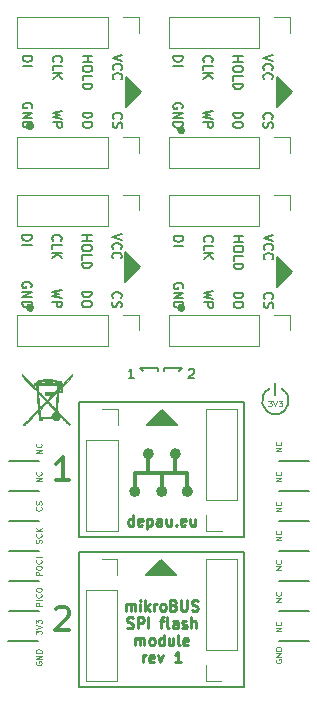
<source format=gbr>
G04 #@! TF.GenerationSoftware,KiCad,Pcbnew,6.0.9*
G04 #@! TF.CreationDate,2022-11-13T16:30:06+01:00*
G04 #@! TF.ProjectId,mikro-spiflash,6d696b72-6f2d-4737-9069-666c6173682e,rev?*
G04 #@! TF.SameCoordinates,Original*
G04 #@! TF.FileFunction,Legend,Top*
G04 #@! TF.FilePolarity,Positive*
%FSLAX46Y46*%
G04 Gerber Fmt 4.6, Leading zero omitted, Abs format (unit mm)*
G04 Created by KiCad (PCBNEW 6.0.9) date 2022-11-13 16:30:06*
%MOMM*%
%LPD*%
G01*
G04 APERTURE LIST*
%ADD10C,0.371212*%
%ADD11C,0.150000*%
%ADD12C,0.300000*%
%ADD13C,0.225000*%
%ADD14C,0.100000*%
%ADD15C,0.200000*%
%ADD16C,0.050000*%
%ADD17C,0.010000*%
%ADD18C,0.304800*%
%ADD19C,0.508000*%
%ADD20C,0.127000*%
%ADD21C,0.120000*%
G04 APERTURE END LIST*
D10*
X102954006Y-35306000D02*
G75*
G03*
X102954006Y-35306000I-185606J0D01*
G01*
X102954006Y-20269200D02*
G75*
G03*
X102954006Y-20269200I-185606J0D01*
G01*
X90152406Y-19913600D02*
G75*
G03*
X90152406Y-19913600I-185606J0D01*
G01*
X90152406Y-35306000D02*
G75*
G03*
X90152406Y-35306000I-185606J0D01*
G01*
D11*
X100838000Y-40640000D02*
X100838000Y-40386000D01*
X101346000Y-40640000D02*
X101346000Y-40386000D01*
X102870000Y-40386000D02*
X102616000Y-40640000D01*
X99314000Y-40386000D02*
X99568000Y-40640000D01*
X103403428Y-40532095D02*
X103441523Y-40494000D01*
X103517714Y-40455904D01*
X103708190Y-40455904D01*
X103784380Y-40494000D01*
X103822476Y-40532095D01*
X103860571Y-40608285D01*
X103860571Y-40684476D01*
X103822476Y-40798761D01*
X103365333Y-41255904D01*
X103860571Y-41255904D01*
X98780571Y-41255904D02*
X98323428Y-41255904D01*
X98552000Y-41255904D02*
X98552000Y-40455904D01*
X98475809Y-40570190D01*
X98399619Y-40646380D01*
X98323428Y-40684476D01*
X101346000Y-40386000D02*
X102870000Y-40386000D01*
X100838000Y-40386000D02*
X99314000Y-40386000D01*
X94441595Y-18772380D02*
X95241595Y-18772380D01*
X95241595Y-18962857D01*
X95203500Y-19077142D01*
X95127309Y-19153333D01*
X95051119Y-19191428D01*
X94898738Y-19229523D01*
X94784452Y-19229523D01*
X94632071Y-19191428D01*
X94555880Y-19153333D01*
X94479690Y-19077142D01*
X94441595Y-18962857D01*
X94441595Y-18772380D01*
X95241595Y-19724761D02*
X95241595Y-19877142D01*
X95203500Y-19953333D01*
X95127309Y-20029523D01*
X94974928Y-20067619D01*
X94708261Y-20067619D01*
X94555880Y-20029523D01*
X94479690Y-19953333D01*
X94441595Y-19877142D01*
X94441595Y-19724761D01*
X94479690Y-19648571D01*
X94555880Y-19572380D01*
X94708261Y-19534285D01*
X94974928Y-19534285D01*
X95127309Y-19572380D01*
X95203500Y-19648571D01*
X95241595Y-19724761D01*
X89361595Y-14001476D02*
X90161595Y-14001476D01*
X90161595Y-14191952D01*
X90123500Y-14306238D01*
X90047309Y-14382428D01*
X89971119Y-14420523D01*
X89818738Y-14458619D01*
X89704452Y-14458619D01*
X89552071Y-14420523D01*
X89475880Y-14382428D01*
X89399690Y-14306238D01*
X89361595Y-14191952D01*
X89361595Y-14001476D01*
X89361595Y-14801476D02*
X90161595Y-14801476D01*
X90123500Y-18391428D02*
X90161595Y-18315238D01*
X90161595Y-18200952D01*
X90123500Y-18086666D01*
X90047309Y-18010476D01*
X89971119Y-17972380D01*
X89818738Y-17934285D01*
X89704452Y-17934285D01*
X89552071Y-17972380D01*
X89475880Y-18010476D01*
X89399690Y-18086666D01*
X89361595Y-18200952D01*
X89361595Y-18277142D01*
X89399690Y-18391428D01*
X89437785Y-18429523D01*
X89704452Y-18429523D01*
X89704452Y-18277142D01*
X89361595Y-18772380D02*
X90161595Y-18772380D01*
X89361595Y-19229523D01*
X90161595Y-19229523D01*
X89361595Y-19610476D02*
X90161595Y-19610476D01*
X90161595Y-19800952D01*
X90123500Y-19915238D01*
X90047309Y-19991428D01*
X89971119Y-20029523D01*
X89818738Y-20067619D01*
X89704452Y-20067619D01*
X89552071Y-20029523D01*
X89475880Y-19991428D01*
X89399690Y-19915238D01*
X89361595Y-19800952D01*
X89361595Y-19610476D01*
X91977785Y-14458619D02*
X91939690Y-14420523D01*
X91901595Y-14306238D01*
X91901595Y-14230047D01*
X91939690Y-14115761D01*
X92015880Y-14039571D01*
X92092071Y-14001476D01*
X92244452Y-13963380D01*
X92358738Y-13963380D01*
X92511119Y-14001476D01*
X92587309Y-14039571D01*
X92663500Y-14115761D01*
X92701595Y-14230047D01*
X92701595Y-14306238D01*
X92663500Y-14420523D01*
X92625404Y-14458619D01*
X91901595Y-15182428D02*
X91901595Y-14801476D01*
X92701595Y-14801476D01*
X91901595Y-15449095D02*
X92701595Y-15449095D01*
X91901595Y-15906238D02*
X92358738Y-15563380D01*
X92701595Y-15906238D02*
X92244452Y-15449095D01*
X97781595Y-13887190D02*
X96981595Y-14153857D01*
X97781595Y-14420523D01*
X97057785Y-15144333D02*
X97019690Y-15106238D01*
X96981595Y-14991952D01*
X96981595Y-14915761D01*
X97019690Y-14801476D01*
X97095880Y-14725285D01*
X97172071Y-14687190D01*
X97324452Y-14649095D01*
X97438738Y-14649095D01*
X97591119Y-14687190D01*
X97667309Y-14725285D01*
X97743500Y-14801476D01*
X97781595Y-14915761D01*
X97781595Y-14991952D01*
X97743500Y-15106238D01*
X97705404Y-15144333D01*
X97057785Y-15944333D02*
X97019690Y-15906238D01*
X96981595Y-15791952D01*
X96981595Y-15715761D01*
X97019690Y-15601476D01*
X97095880Y-15525285D01*
X97172071Y-15487190D01*
X97324452Y-15449095D01*
X97438738Y-15449095D01*
X97591119Y-15487190D01*
X97667309Y-15525285D01*
X97743500Y-15601476D01*
X97781595Y-15715761D01*
X97781595Y-15791952D01*
X97743500Y-15906238D01*
X97705404Y-15944333D01*
X97057785Y-19305714D02*
X97019690Y-19267619D01*
X96981595Y-19153333D01*
X96981595Y-19077142D01*
X97019690Y-18962857D01*
X97095880Y-18886666D01*
X97172071Y-18848571D01*
X97324452Y-18810476D01*
X97438738Y-18810476D01*
X97591119Y-18848571D01*
X97667309Y-18886666D01*
X97743500Y-18962857D01*
X97781595Y-19077142D01*
X97781595Y-19153333D01*
X97743500Y-19267619D01*
X97705404Y-19305714D01*
X97019690Y-19610476D02*
X96981595Y-19724761D01*
X96981595Y-19915238D01*
X97019690Y-19991428D01*
X97057785Y-20029523D01*
X97133976Y-20067619D01*
X97210166Y-20067619D01*
X97286357Y-20029523D01*
X97324452Y-19991428D01*
X97362547Y-19915238D01*
X97400642Y-19762857D01*
X97438738Y-19686666D01*
X97476833Y-19648571D01*
X97553023Y-19610476D01*
X97629214Y-19610476D01*
X97705404Y-19648571D01*
X97743500Y-19686666D01*
X97781595Y-19762857D01*
X97781595Y-19953333D01*
X97743500Y-20067619D01*
X94441595Y-14001476D02*
X95241595Y-14001476D01*
X94860642Y-14001476D02*
X94860642Y-14458619D01*
X94441595Y-14458619D02*
X95241595Y-14458619D01*
X95241595Y-14991952D02*
X95241595Y-15144333D01*
X95203500Y-15220523D01*
X95127309Y-15296714D01*
X94974928Y-15334809D01*
X94708261Y-15334809D01*
X94555880Y-15296714D01*
X94479690Y-15220523D01*
X94441595Y-15144333D01*
X94441595Y-14991952D01*
X94479690Y-14915761D01*
X94555880Y-14839571D01*
X94708261Y-14801476D01*
X94974928Y-14801476D01*
X95127309Y-14839571D01*
X95203500Y-14915761D01*
X95241595Y-14991952D01*
X94441595Y-16058619D02*
X94441595Y-15677666D01*
X95241595Y-15677666D01*
X94441595Y-16325285D02*
X95241595Y-16325285D01*
X95241595Y-16515761D01*
X95203500Y-16630047D01*
X95127309Y-16706238D01*
X95051119Y-16744333D01*
X94898738Y-16782428D01*
X94784452Y-16782428D01*
X94632071Y-16744333D01*
X94555880Y-16706238D01*
X94479690Y-16630047D01*
X94441595Y-16515761D01*
X94441595Y-16325285D01*
X92701595Y-18620000D02*
X91901595Y-18810476D01*
X92473023Y-18962857D01*
X91901595Y-19115238D01*
X92701595Y-19305714D01*
X91901595Y-19610476D02*
X92701595Y-19610476D01*
X92701595Y-19915238D01*
X92663500Y-19991428D01*
X92625404Y-20029523D01*
X92549214Y-20067619D01*
X92434928Y-20067619D01*
X92358738Y-20029523D01*
X92320642Y-19991428D01*
X92282547Y-19915238D01*
X92282547Y-19610476D01*
X104772785Y-29701119D02*
X104734690Y-29663023D01*
X104696595Y-29548738D01*
X104696595Y-29472547D01*
X104734690Y-29358261D01*
X104810880Y-29282071D01*
X104887071Y-29243976D01*
X105039452Y-29205880D01*
X105153738Y-29205880D01*
X105306119Y-29243976D01*
X105382309Y-29282071D01*
X105458500Y-29358261D01*
X105496595Y-29472547D01*
X105496595Y-29548738D01*
X105458500Y-29663023D01*
X105420404Y-29701119D01*
X104696595Y-30424928D02*
X104696595Y-30043976D01*
X105496595Y-30043976D01*
X104696595Y-30691595D02*
X105496595Y-30691595D01*
X104696595Y-31148738D02*
X105153738Y-30805880D01*
X105496595Y-31148738D02*
X105039452Y-30691595D01*
X107236595Y-29243976D02*
X108036595Y-29243976D01*
X107655642Y-29243976D02*
X107655642Y-29701119D01*
X107236595Y-29701119D02*
X108036595Y-29701119D01*
X108036595Y-30234452D02*
X108036595Y-30386833D01*
X107998500Y-30463023D01*
X107922309Y-30539214D01*
X107769928Y-30577309D01*
X107503261Y-30577309D01*
X107350880Y-30539214D01*
X107274690Y-30463023D01*
X107236595Y-30386833D01*
X107236595Y-30234452D01*
X107274690Y-30158261D01*
X107350880Y-30082071D01*
X107503261Y-30043976D01*
X107769928Y-30043976D01*
X107922309Y-30082071D01*
X107998500Y-30158261D01*
X108036595Y-30234452D01*
X107236595Y-31301119D02*
X107236595Y-30920166D01*
X108036595Y-30920166D01*
X107236595Y-31567785D02*
X108036595Y-31567785D01*
X108036595Y-31758261D01*
X107998500Y-31872547D01*
X107922309Y-31948738D01*
X107846119Y-31986833D01*
X107693738Y-32024928D01*
X107579452Y-32024928D01*
X107427071Y-31986833D01*
X107350880Y-31948738D01*
X107274690Y-31872547D01*
X107236595Y-31758261D01*
X107236595Y-31567785D01*
X110576595Y-29129690D02*
X109776595Y-29396357D01*
X110576595Y-29663023D01*
X109852785Y-30386833D02*
X109814690Y-30348738D01*
X109776595Y-30234452D01*
X109776595Y-30158261D01*
X109814690Y-30043976D01*
X109890880Y-29967785D01*
X109967071Y-29929690D01*
X110119452Y-29891595D01*
X110233738Y-29891595D01*
X110386119Y-29929690D01*
X110462309Y-29967785D01*
X110538500Y-30043976D01*
X110576595Y-30158261D01*
X110576595Y-30234452D01*
X110538500Y-30348738D01*
X110500404Y-30386833D01*
X109852785Y-31186833D02*
X109814690Y-31148738D01*
X109776595Y-31034452D01*
X109776595Y-30958261D01*
X109814690Y-30843976D01*
X109890880Y-30767785D01*
X109967071Y-30729690D01*
X110119452Y-30691595D01*
X110233738Y-30691595D01*
X110386119Y-30729690D01*
X110462309Y-30767785D01*
X110538500Y-30843976D01*
X110576595Y-30958261D01*
X110576595Y-31034452D01*
X110538500Y-31148738D01*
X110500404Y-31186833D01*
X109852785Y-34548214D02*
X109814690Y-34510119D01*
X109776595Y-34395833D01*
X109776595Y-34319642D01*
X109814690Y-34205357D01*
X109890880Y-34129166D01*
X109967071Y-34091071D01*
X110119452Y-34052976D01*
X110233738Y-34052976D01*
X110386119Y-34091071D01*
X110462309Y-34129166D01*
X110538500Y-34205357D01*
X110576595Y-34319642D01*
X110576595Y-34395833D01*
X110538500Y-34510119D01*
X110500404Y-34548214D01*
X109814690Y-34852976D02*
X109776595Y-34967261D01*
X109776595Y-35157738D01*
X109814690Y-35233928D01*
X109852785Y-35272023D01*
X109928976Y-35310119D01*
X110005166Y-35310119D01*
X110081357Y-35272023D01*
X110119452Y-35233928D01*
X110157547Y-35157738D01*
X110195642Y-35005357D01*
X110233738Y-34929166D01*
X110271833Y-34891071D01*
X110348023Y-34852976D01*
X110424214Y-34852976D01*
X110500404Y-34891071D01*
X110538500Y-34929166D01*
X110576595Y-35005357D01*
X110576595Y-35195833D01*
X110538500Y-35310119D01*
X107236595Y-34014880D02*
X108036595Y-34014880D01*
X108036595Y-34205357D01*
X107998500Y-34319642D01*
X107922309Y-34395833D01*
X107846119Y-34433928D01*
X107693738Y-34472023D01*
X107579452Y-34472023D01*
X107427071Y-34433928D01*
X107350880Y-34395833D01*
X107274690Y-34319642D01*
X107236595Y-34205357D01*
X107236595Y-34014880D01*
X108036595Y-34967261D02*
X108036595Y-35119642D01*
X107998500Y-35195833D01*
X107922309Y-35272023D01*
X107769928Y-35310119D01*
X107503261Y-35310119D01*
X107350880Y-35272023D01*
X107274690Y-35195833D01*
X107236595Y-35119642D01*
X107236595Y-34967261D01*
X107274690Y-34891071D01*
X107350880Y-34814880D01*
X107503261Y-34776785D01*
X107769928Y-34776785D01*
X107922309Y-34814880D01*
X107998500Y-34891071D01*
X108036595Y-34967261D01*
X102156595Y-29243976D02*
X102956595Y-29243976D01*
X102956595Y-29434452D01*
X102918500Y-29548738D01*
X102842309Y-29624928D01*
X102766119Y-29663023D01*
X102613738Y-29701119D01*
X102499452Y-29701119D01*
X102347071Y-29663023D01*
X102270880Y-29624928D01*
X102194690Y-29548738D01*
X102156595Y-29434452D01*
X102156595Y-29243976D01*
X102156595Y-30043976D02*
X102956595Y-30043976D01*
X102918500Y-33633928D02*
X102956595Y-33557738D01*
X102956595Y-33443452D01*
X102918500Y-33329166D01*
X102842309Y-33252976D01*
X102766119Y-33214880D01*
X102613738Y-33176785D01*
X102499452Y-33176785D01*
X102347071Y-33214880D01*
X102270880Y-33252976D01*
X102194690Y-33329166D01*
X102156595Y-33443452D01*
X102156595Y-33519642D01*
X102194690Y-33633928D01*
X102232785Y-33672023D01*
X102499452Y-33672023D01*
X102499452Y-33519642D01*
X102156595Y-34014880D02*
X102956595Y-34014880D01*
X102156595Y-34472023D01*
X102956595Y-34472023D01*
X102156595Y-34852976D02*
X102956595Y-34852976D01*
X102956595Y-35043452D01*
X102918500Y-35157738D01*
X102842309Y-35233928D01*
X102766119Y-35272023D01*
X102613738Y-35310119D01*
X102499452Y-35310119D01*
X102347071Y-35272023D01*
X102270880Y-35233928D01*
X102194690Y-35157738D01*
X102156595Y-35043452D01*
X102156595Y-34852976D01*
X105496595Y-33862500D02*
X104696595Y-34052976D01*
X105268023Y-34205357D01*
X104696595Y-34357738D01*
X105496595Y-34548214D01*
X104696595Y-34852976D02*
X105496595Y-34852976D01*
X105496595Y-35157738D01*
X105458500Y-35233928D01*
X105420404Y-35272023D01*
X105344214Y-35310119D01*
X105229928Y-35310119D01*
X105153738Y-35272023D01*
X105115642Y-35233928D01*
X105077547Y-35157738D01*
X105077547Y-34852976D01*
X89300595Y-29177976D02*
X90100595Y-29177976D01*
X90100595Y-29368452D01*
X90062500Y-29482738D01*
X89986309Y-29558928D01*
X89910119Y-29597023D01*
X89757738Y-29635119D01*
X89643452Y-29635119D01*
X89491071Y-29597023D01*
X89414880Y-29558928D01*
X89338690Y-29482738D01*
X89300595Y-29368452D01*
X89300595Y-29177976D01*
X89300595Y-29977976D02*
X90100595Y-29977976D01*
X94380595Y-29177976D02*
X95180595Y-29177976D01*
X94799642Y-29177976D02*
X94799642Y-29635119D01*
X94380595Y-29635119D02*
X95180595Y-29635119D01*
X95180595Y-30168452D02*
X95180595Y-30320833D01*
X95142500Y-30397023D01*
X95066309Y-30473214D01*
X94913928Y-30511309D01*
X94647261Y-30511309D01*
X94494880Y-30473214D01*
X94418690Y-30397023D01*
X94380595Y-30320833D01*
X94380595Y-30168452D01*
X94418690Y-30092261D01*
X94494880Y-30016071D01*
X94647261Y-29977976D01*
X94913928Y-29977976D01*
X95066309Y-30016071D01*
X95142500Y-30092261D01*
X95180595Y-30168452D01*
X94380595Y-31235119D02*
X94380595Y-30854166D01*
X95180595Y-30854166D01*
X94380595Y-31501785D02*
X95180595Y-31501785D01*
X95180595Y-31692261D01*
X95142500Y-31806547D01*
X95066309Y-31882738D01*
X94990119Y-31920833D01*
X94837738Y-31958928D01*
X94723452Y-31958928D01*
X94571071Y-31920833D01*
X94494880Y-31882738D01*
X94418690Y-31806547D01*
X94380595Y-31692261D01*
X94380595Y-31501785D01*
X97720595Y-29063690D02*
X96920595Y-29330357D01*
X97720595Y-29597023D01*
X96996785Y-30320833D02*
X96958690Y-30282738D01*
X96920595Y-30168452D01*
X96920595Y-30092261D01*
X96958690Y-29977976D01*
X97034880Y-29901785D01*
X97111071Y-29863690D01*
X97263452Y-29825595D01*
X97377738Y-29825595D01*
X97530119Y-29863690D01*
X97606309Y-29901785D01*
X97682500Y-29977976D01*
X97720595Y-30092261D01*
X97720595Y-30168452D01*
X97682500Y-30282738D01*
X97644404Y-30320833D01*
X96996785Y-31120833D02*
X96958690Y-31082738D01*
X96920595Y-30968452D01*
X96920595Y-30892261D01*
X96958690Y-30777976D01*
X97034880Y-30701785D01*
X97111071Y-30663690D01*
X97263452Y-30625595D01*
X97377738Y-30625595D01*
X97530119Y-30663690D01*
X97606309Y-30701785D01*
X97682500Y-30777976D01*
X97720595Y-30892261D01*
X97720595Y-30968452D01*
X97682500Y-31082738D01*
X97644404Y-31120833D01*
X91916785Y-29635119D02*
X91878690Y-29597023D01*
X91840595Y-29482738D01*
X91840595Y-29406547D01*
X91878690Y-29292261D01*
X91954880Y-29216071D01*
X92031071Y-29177976D01*
X92183452Y-29139880D01*
X92297738Y-29139880D01*
X92450119Y-29177976D01*
X92526309Y-29216071D01*
X92602500Y-29292261D01*
X92640595Y-29406547D01*
X92640595Y-29482738D01*
X92602500Y-29597023D01*
X92564404Y-29635119D01*
X91840595Y-30358928D02*
X91840595Y-29977976D01*
X92640595Y-29977976D01*
X91840595Y-30625595D02*
X92640595Y-30625595D01*
X91840595Y-31082738D02*
X92297738Y-30739880D01*
X92640595Y-31082738D02*
X92183452Y-30625595D01*
X94380595Y-33948880D02*
X95180595Y-33948880D01*
X95180595Y-34139357D01*
X95142500Y-34253642D01*
X95066309Y-34329833D01*
X94990119Y-34367928D01*
X94837738Y-34406023D01*
X94723452Y-34406023D01*
X94571071Y-34367928D01*
X94494880Y-34329833D01*
X94418690Y-34253642D01*
X94380595Y-34139357D01*
X94380595Y-33948880D01*
X95180595Y-34901261D02*
X95180595Y-35053642D01*
X95142500Y-35129833D01*
X95066309Y-35206023D01*
X94913928Y-35244119D01*
X94647261Y-35244119D01*
X94494880Y-35206023D01*
X94418690Y-35129833D01*
X94380595Y-35053642D01*
X94380595Y-34901261D01*
X94418690Y-34825071D01*
X94494880Y-34748880D01*
X94647261Y-34710785D01*
X94913928Y-34710785D01*
X95066309Y-34748880D01*
X95142500Y-34825071D01*
X95180595Y-34901261D01*
X96996785Y-34482214D02*
X96958690Y-34444119D01*
X96920595Y-34329833D01*
X96920595Y-34253642D01*
X96958690Y-34139357D01*
X97034880Y-34063166D01*
X97111071Y-34025071D01*
X97263452Y-33986976D01*
X97377738Y-33986976D01*
X97530119Y-34025071D01*
X97606309Y-34063166D01*
X97682500Y-34139357D01*
X97720595Y-34253642D01*
X97720595Y-34329833D01*
X97682500Y-34444119D01*
X97644404Y-34482214D01*
X96958690Y-34786976D02*
X96920595Y-34901261D01*
X96920595Y-35091738D01*
X96958690Y-35167928D01*
X96996785Y-35206023D01*
X97072976Y-35244119D01*
X97149166Y-35244119D01*
X97225357Y-35206023D01*
X97263452Y-35167928D01*
X97301547Y-35091738D01*
X97339642Y-34939357D01*
X97377738Y-34863166D01*
X97415833Y-34825071D01*
X97492023Y-34786976D01*
X97568214Y-34786976D01*
X97644404Y-34825071D01*
X97682500Y-34863166D01*
X97720595Y-34939357D01*
X97720595Y-35129833D01*
X97682500Y-35244119D01*
X90062500Y-33567928D02*
X90100595Y-33491738D01*
X90100595Y-33377452D01*
X90062500Y-33263166D01*
X89986309Y-33186976D01*
X89910119Y-33148880D01*
X89757738Y-33110785D01*
X89643452Y-33110785D01*
X89491071Y-33148880D01*
X89414880Y-33186976D01*
X89338690Y-33263166D01*
X89300595Y-33377452D01*
X89300595Y-33453642D01*
X89338690Y-33567928D01*
X89376785Y-33606023D01*
X89643452Y-33606023D01*
X89643452Y-33453642D01*
X89300595Y-33948880D02*
X90100595Y-33948880D01*
X89300595Y-34406023D01*
X90100595Y-34406023D01*
X89300595Y-34786976D02*
X90100595Y-34786976D01*
X90100595Y-34977452D01*
X90062500Y-35091738D01*
X89986309Y-35167928D01*
X89910119Y-35206023D01*
X89757738Y-35244119D01*
X89643452Y-35244119D01*
X89491071Y-35206023D01*
X89414880Y-35167928D01*
X89338690Y-35091738D01*
X89300595Y-34977452D01*
X89300595Y-34786976D01*
X92640595Y-33796500D02*
X91840595Y-33986976D01*
X92412023Y-34139357D01*
X91840595Y-34291738D01*
X92640595Y-34482214D01*
X91840595Y-34786976D02*
X92640595Y-34786976D01*
X92640595Y-35091738D01*
X92602500Y-35167928D01*
X92564404Y-35206023D01*
X92488214Y-35244119D01*
X92373928Y-35244119D01*
X92297738Y-35206023D01*
X92259642Y-35167928D01*
X92221547Y-35091738D01*
X92221547Y-34786976D01*
X102857500Y-18393928D02*
X102895595Y-18317738D01*
X102895595Y-18203452D01*
X102857500Y-18089166D01*
X102781309Y-18012976D01*
X102705119Y-17974880D01*
X102552738Y-17936785D01*
X102438452Y-17936785D01*
X102286071Y-17974880D01*
X102209880Y-18012976D01*
X102133690Y-18089166D01*
X102095595Y-18203452D01*
X102095595Y-18279642D01*
X102133690Y-18393928D01*
X102171785Y-18432023D01*
X102438452Y-18432023D01*
X102438452Y-18279642D01*
X102095595Y-18774880D02*
X102895595Y-18774880D01*
X102095595Y-19232023D01*
X102895595Y-19232023D01*
X102095595Y-19612976D02*
X102895595Y-19612976D01*
X102895595Y-19803452D01*
X102857500Y-19917738D01*
X102781309Y-19993928D01*
X102705119Y-20032023D01*
X102552738Y-20070119D01*
X102438452Y-20070119D01*
X102286071Y-20032023D01*
X102209880Y-19993928D01*
X102133690Y-19917738D01*
X102095595Y-19803452D01*
X102095595Y-19612976D01*
X105435595Y-18622500D02*
X104635595Y-18812976D01*
X105207023Y-18965357D01*
X104635595Y-19117738D01*
X105435595Y-19308214D01*
X104635595Y-19612976D02*
X105435595Y-19612976D01*
X105435595Y-19917738D01*
X105397500Y-19993928D01*
X105359404Y-20032023D01*
X105283214Y-20070119D01*
X105168928Y-20070119D01*
X105092738Y-20032023D01*
X105054642Y-19993928D01*
X105016547Y-19917738D01*
X105016547Y-19612976D01*
X107175595Y-18774880D02*
X107975595Y-18774880D01*
X107975595Y-18965357D01*
X107937500Y-19079642D01*
X107861309Y-19155833D01*
X107785119Y-19193928D01*
X107632738Y-19232023D01*
X107518452Y-19232023D01*
X107366071Y-19193928D01*
X107289880Y-19155833D01*
X107213690Y-19079642D01*
X107175595Y-18965357D01*
X107175595Y-18774880D01*
X107975595Y-19727261D02*
X107975595Y-19879642D01*
X107937500Y-19955833D01*
X107861309Y-20032023D01*
X107708928Y-20070119D01*
X107442261Y-20070119D01*
X107289880Y-20032023D01*
X107213690Y-19955833D01*
X107175595Y-19879642D01*
X107175595Y-19727261D01*
X107213690Y-19651071D01*
X107289880Y-19574880D01*
X107442261Y-19536785D01*
X107708928Y-19536785D01*
X107861309Y-19574880D01*
X107937500Y-19651071D01*
X107975595Y-19727261D01*
X109791785Y-19308214D02*
X109753690Y-19270119D01*
X109715595Y-19155833D01*
X109715595Y-19079642D01*
X109753690Y-18965357D01*
X109829880Y-18889166D01*
X109906071Y-18851071D01*
X110058452Y-18812976D01*
X110172738Y-18812976D01*
X110325119Y-18851071D01*
X110401309Y-18889166D01*
X110477500Y-18965357D01*
X110515595Y-19079642D01*
X110515595Y-19155833D01*
X110477500Y-19270119D01*
X110439404Y-19308214D01*
X109753690Y-19612976D02*
X109715595Y-19727261D01*
X109715595Y-19917738D01*
X109753690Y-19993928D01*
X109791785Y-20032023D01*
X109867976Y-20070119D01*
X109944166Y-20070119D01*
X110020357Y-20032023D01*
X110058452Y-19993928D01*
X110096547Y-19917738D01*
X110134642Y-19765357D01*
X110172738Y-19689166D01*
X110210833Y-19651071D01*
X110287023Y-19612976D01*
X110363214Y-19612976D01*
X110439404Y-19651071D01*
X110477500Y-19689166D01*
X110515595Y-19765357D01*
X110515595Y-19955833D01*
X110477500Y-20070119D01*
X102095595Y-14003976D02*
X102895595Y-14003976D01*
X102895595Y-14194452D01*
X102857500Y-14308738D01*
X102781309Y-14384928D01*
X102705119Y-14423023D01*
X102552738Y-14461119D01*
X102438452Y-14461119D01*
X102286071Y-14423023D01*
X102209880Y-14384928D01*
X102133690Y-14308738D01*
X102095595Y-14194452D01*
X102095595Y-14003976D01*
X102095595Y-14803976D02*
X102895595Y-14803976D01*
X104711785Y-14461119D02*
X104673690Y-14423023D01*
X104635595Y-14308738D01*
X104635595Y-14232547D01*
X104673690Y-14118261D01*
X104749880Y-14042071D01*
X104826071Y-14003976D01*
X104978452Y-13965880D01*
X105092738Y-13965880D01*
X105245119Y-14003976D01*
X105321309Y-14042071D01*
X105397500Y-14118261D01*
X105435595Y-14232547D01*
X105435595Y-14308738D01*
X105397500Y-14423023D01*
X105359404Y-14461119D01*
X104635595Y-15184928D02*
X104635595Y-14803976D01*
X105435595Y-14803976D01*
X104635595Y-15451595D02*
X105435595Y-15451595D01*
X104635595Y-15908738D02*
X105092738Y-15565880D01*
X105435595Y-15908738D02*
X104978452Y-15451595D01*
X107175595Y-14003976D02*
X107975595Y-14003976D01*
X107594642Y-14003976D02*
X107594642Y-14461119D01*
X107175595Y-14461119D02*
X107975595Y-14461119D01*
X107975595Y-14994452D02*
X107975595Y-15146833D01*
X107937500Y-15223023D01*
X107861309Y-15299214D01*
X107708928Y-15337309D01*
X107442261Y-15337309D01*
X107289880Y-15299214D01*
X107213690Y-15223023D01*
X107175595Y-15146833D01*
X107175595Y-14994452D01*
X107213690Y-14918261D01*
X107289880Y-14842071D01*
X107442261Y-14803976D01*
X107708928Y-14803976D01*
X107861309Y-14842071D01*
X107937500Y-14918261D01*
X107975595Y-14994452D01*
X107175595Y-16061119D02*
X107175595Y-15680166D01*
X107975595Y-15680166D01*
X107175595Y-16327785D02*
X107975595Y-16327785D01*
X107975595Y-16518261D01*
X107937500Y-16632547D01*
X107861309Y-16708738D01*
X107785119Y-16746833D01*
X107632738Y-16784928D01*
X107518452Y-16784928D01*
X107366071Y-16746833D01*
X107289880Y-16708738D01*
X107213690Y-16632547D01*
X107175595Y-16518261D01*
X107175595Y-16327785D01*
X110515595Y-13889690D02*
X109715595Y-14156357D01*
X110515595Y-14423023D01*
X109791785Y-15146833D02*
X109753690Y-15108738D01*
X109715595Y-14994452D01*
X109715595Y-14918261D01*
X109753690Y-14803976D01*
X109829880Y-14727785D01*
X109906071Y-14689690D01*
X110058452Y-14651595D01*
X110172738Y-14651595D01*
X110325119Y-14689690D01*
X110401309Y-14727785D01*
X110477500Y-14803976D01*
X110515595Y-14918261D01*
X110515595Y-14994452D01*
X110477500Y-15108738D01*
X110439404Y-15146833D01*
X109791785Y-15946833D02*
X109753690Y-15908738D01*
X109715595Y-15794452D01*
X109715595Y-15718261D01*
X109753690Y-15603976D01*
X109829880Y-15527785D01*
X109906071Y-15489690D01*
X110058452Y-15451595D01*
X110172738Y-15451595D01*
X110325119Y-15489690D01*
X110401309Y-15527785D01*
X110477500Y-15603976D01*
X110515595Y-15718261D01*
X110515595Y-15794452D01*
X110477500Y-15908738D01*
X110439404Y-15946833D01*
D12*
X92162571Y-60817238D02*
X92257809Y-60722000D01*
X92448285Y-60626761D01*
X92924476Y-60626761D01*
X93114952Y-60722000D01*
X93210190Y-60817238D01*
X93305428Y-61007714D01*
X93305428Y-61198190D01*
X93210190Y-61483904D01*
X92067333Y-62626761D01*
X93305428Y-62626761D01*
X93305428Y-49926761D02*
X92162571Y-49926761D01*
X92734000Y-49926761D02*
X92734000Y-47926761D01*
X92543523Y-48212476D01*
X92353047Y-48402952D01*
X92162571Y-48498190D01*
D13*
X98694571Y-53747142D02*
X98694571Y-52847142D01*
X98694571Y-53704285D02*
X98608857Y-53747142D01*
X98437428Y-53747142D01*
X98351714Y-53704285D01*
X98308857Y-53661428D01*
X98266000Y-53575714D01*
X98266000Y-53318571D01*
X98308857Y-53232857D01*
X98351714Y-53190000D01*
X98437428Y-53147142D01*
X98608857Y-53147142D01*
X98694571Y-53190000D01*
X99466000Y-53704285D02*
X99380285Y-53747142D01*
X99208857Y-53747142D01*
X99123142Y-53704285D01*
X99080285Y-53618571D01*
X99080285Y-53275714D01*
X99123142Y-53190000D01*
X99208857Y-53147142D01*
X99380285Y-53147142D01*
X99466000Y-53190000D01*
X99508857Y-53275714D01*
X99508857Y-53361428D01*
X99080285Y-53447142D01*
X99894571Y-53147142D02*
X99894571Y-54047142D01*
X99894571Y-53190000D02*
X99980285Y-53147142D01*
X100151714Y-53147142D01*
X100237428Y-53190000D01*
X100280285Y-53232857D01*
X100323142Y-53318571D01*
X100323142Y-53575714D01*
X100280285Y-53661428D01*
X100237428Y-53704285D01*
X100151714Y-53747142D01*
X99980285Y-53747142D01*
X99894571Y-53704285D01*
X101094571Y-53747142D02*
X101094571Y-53275714D01*
X101051714Y-53190000D01*
X100966000Y-53147142D01*
X100794571Y-53147142D01*
X100708857Y-53190000D01*
X101094571Y-53704285D02*
X101008857Y-53747142D01*
X100794571Y-53747142D01*
X100708857Y-53704285D01*
X100666000Y-53618571D01*
X100666000Y-53532857D01*
X100708857Y-53447142D01*
X100794571Y-53404285D01*
X101008857Y-53404285D01*
X101094571Y-53361428D01*
X101908857Y-53147142D02*
X101908857Y-53747142D01*
X101523142Y-53147142D02*
X101523142Y-53618571D01*
X101566000Y-53704285D01*
X101651714Y-53747142D01*
X101780285Y-53747142D01*
X101866000Y-53704285D01*
X101908857Y-53661428D01*
X102337428Y-53661428D02*
X102380285Y-53704285D01*
X102337428Y-53747142D01*
X102294571Y-53704285D01*
X102337428Y-53661428D01*
X102337428Y-53747142D01*
X103108857Y-53704285D02*
X103023142Y-53747142D01*
X102851714Y-53747142D01*
X102766000Y-53704285D01*
X102723142Y-53618571D01*
X102723142Y-53275714D01*
X102766000Y-53190000D01*
X102851714Y-53147142D01*
X103023142Y-53147142D01*
X103108857Y-53190000D01*
X103151714Y-53275714D01*
X103151714Y-53361428D01*
X102723142Y-53447142D01*
X103923142Y-53147142D02*
X103923142Y-53747142D01*
X103537428Y-53147142D02*
X103537428Y-53618571D01*
X103580285Y-53704285D01*
X103666000Y-53747142D01*
X103794571Y-53747142D01*
X103880285Y-53704285D01*
X103923142Y-53661428D01*
D11*
X94131000Y-43307000D02*
X94131000Y-54737000D01*
X108101000Y-43307000D02*
X108101000Y-54737000D01*
G36*
X102386000Y-45212000D02*
G01*
X99846000Y-45212000D01*
X101116000Y-43942000D01*
X102386000Y-45212000D01*
G37*
X102386000Y-45212000D02*
X99846000Y-45212000D01*
X101116000Y-43942000D01*
X102386000Y-45212000D01*
X108101000Y-54737000D02*
X94131000Y-54737000D01*
X94131000Y-54737000D02*
X94131000Y-54737000D01*
X94131000Y-54737000D02*
X108101000Y-54737000D01*
X108101000Y-54737000D02*
X108101000Y-54737000D01*
X94131000Y-43307000D02*
X108101000Y-43307000D01*
X108101000Y-43307000D02*
X108101000Y-43307000D01*
X108101000Y-43307000D02*
X94131000Y-43307000D01*
X94131000Y-43307000D02*
X94131000Y-43307000D01*
G36*
X112170500Y-32258000D02*
G01*
X110900500Y-33528000D01*
X110900500Y-30988000D01*
X112170500Y-32258000D01*
G37*
X112170500Y-32258000D02*
X110900500Y-33528000D01*
X110900500Y-30988000D01*
X112170500Y-32258000D01*
G36*
X99375500Y-17015500D02*
G01*
X98105500Y-18285500D01*
X98105500Y-15745500D01*
X99375500Y-17015500D01*
G37*
X99375500Y-17015500D02*
X98105500Y-18285500D01*
X98105500Y-15745500D01*
X99375500Y-17015500D01*
G36*
X112109500Y-17018000D02*
G01*
X110839500Y-18288000D01*
X110839500Y-15748000D01*
X112109500Y-17018000D01*
G37*
X112109500Y-17018000D02*
X110839500Y-18288000D01*
X110839500Y-15748000D01*
X112109500Y-17018000D01*
G36*
X99314500Y-31811000D02*
G01*
X98044500Y-33081000D01*
X98044500Y-30541000D01*
X99314500Y-31811000D01*
G37*
X99314500Y-31811000D02*
X98044500Y-33081000D01*
X98044500Y-30541000D01*
X99314500Y-31811000D01*
G36*
X102361000Y-57912000D02*
G01*
X99821000Y-57912000D01*
X101091000Y-56642000D01*
X102361000Y-57912000D01*
G37*
X102361000Y-57912000D02*
X99821000Y-57912000D01*
X101091000Y-56642000D01*
X102361000Y-57912000D01*
X94106000Y-56007000D02*
X108076000Y-56007000D01*
X108076000Y-56007000D02*
X108076000Y-67437000D01*
X108076000Y-67437000D02*
X94106000Y-67437000D01*
X94106000Y-67437000D02*
X94106000Y-56007000D01*
D13*
X98116000Y-60971642D02*
X98116000Y-60371642D01*
X98116000Y-60457357D02*
X98158857Y-60414500D01*
X98244571Y-60371642D01*
X98373142Y-60371642D01*
X98458857Y-60414500D01*
X98501714Y-60500214D01*
X98501714Y-60971642D01*
X98501714Y-60500214D02*
X98544571Y-60414500D01*
X98630285Y-60371642D01*
X98758857Y-60371642D01*
X98844571Y-60414500D01*
X98887428Y-60500214D01*
X98887428Y-60971642D01*
X99316000Y-60971642D02*
X99316000Y-60371642D01*
X99316000Y-60071642D02*
X99273142Y-60114500D01*
X99316000Y-60157357D01*
X99358857Y-60114500D01*
X99316000Y-60071642D01*
X99316000Y-60157357D01*
X99744571Y-60971642D02*
X99744571Y-60071642D01*
X99830285Y-60628785D02*
X100087428Y-60971642D01*
X100087428Y-60371642D02*
X99744571Y-60714500D01*
X100473142Y-60971642D02*
X100473142Y-60371642D01*
X100473142Y-60543071D02*
X100516000Y-60457357D01*
X100558857Y-60414500D01*
X100644571Y-60371642D01*
X100730285Y-60371642D01*
X101158857Y-60971642D02*
X101073142Y-60928785D01*
X101030285Y-60885928D01*
X100987428Y-60800214D01*
X100987428Y-60543071D01*
X101030285Y-60457357D01*
X101073142Y-60414500D01*
X101158857Y-60371642D01*
X101287428Y-60371642D01*
X101373142Y-60414500D01*
X101416000Y-60457357D01*
X101458857Y-60543071D01*
X101458857Y-60800214D01*
X101416000Y-60885928D01*
X101373142Y-60928785D01*
X101287428Y-60971642D01*
X101158857Y-60971642D01*
X102144571Y-60500214D02*
X102273142Y-60543071D01*
X102316000Y-60585928D01*
X102358857Y-60671642D01*
X102358857Y-60800214D01*
X102316000Y-60885928D01*
X102273142Y-60928785D01*
X102187428Y-60971642D01*
X101844571Y-60971642D01*
X101844571Y-60071642D01*
X102144571Y-60071642D01*
X102230285Y-60114500D01*
X102273142Y-60157357D01*
X102316000Y-60243071D01*
X102316000Y-60328785D01*
X102273142Y-60414500D01*
X102230285Y-60457357D01*
X102144571Y-60500214D01*
X101844571Y-60500214D01*
X102744571Y-60071642D02*
X102744571Y-60800214D01*
X102787428Y-60885928D01*
X102830285Y-60928785D01*
X102916000Y-60971642D01*
X103087428Y-60971642D01*
X103173142Y-60928785D01*
X103216000Y-60885928D01*
X103258857Y-60800214D01*
X103258857Y-60071642D01*
X103644571Y-60928785D02*
X103773142Y-60971642D01*
X103987428Y-60971642D01*
X104073142Y-60928785D01*
X104116000Y-60885928D01*
X104158857Y-60800214D01*
X104158857Y-60714500D01*
X104116000Y-60628785D01*
X104073142Y-60585928D01*
X103987428Y-60543071D01*
X103816000Y-60500214D01*
X103730285Y-60457357D01*
X103687428Y-60414500D01*
X103644571Y-60328785D01*
X103644571Y-60243071D01*
X103687428Y-60157357D01*
X103730285Y-60114500D01*
X103816000Y-60071642D01*
X104030285Y-60071642D01*
X104158857Y-60114500D01*
X98180285Y-62377785D02*
X98308857Y-62420642D01*
X98523142Y-62420642D01*
X98608857Y-62377785D01*
X98651714Y-62334928D01*
X98694571Y-62249214D01*
X98694571Y-62163500D01*
X98651714Y-62077785D01*
X98608857Y-62034928D01*
X98523142Y-61992071D01*
X98351714Y-61949214D01*
X98266000Y-61906357D01*
X98223142Y-61863500D01*
X98180285Y-61777785D01*
X98180285Y-61692071D01*
X98223142Y-61606357D01*
X98266000Y-61563500D01*
X98351714Y-61520642D01*
X98566000Y-61520642D01*
X98694571Y-61563500D01*
X99080285Y-62420642D02*
X99080285Y-61520642D01*
X99423142Y-61520642D01*
X99508857Y-61563500D01*
X99551714Y-61606357D01*
X99594571Y-61692071D01*
X99594571Y-61820642D01*
X99551714Y-61906357D01*
X99508857Y-61949214D01*
X99423142Y-61992071D01*
X99080285Y-61992071D01*
X99980285Y-62420642D02*
X99980285Y-61520642D01*
X100966000Y-61820642D02*
X101308857Y-61820642D01*
X101094571Y-62420642D02*
X101094571Y-61649214D01*
X101137428Y-61563500D01*
X101223142Y-61520642D01*
X101308857Y-61520642D01*
X101737428Y-62420642D02*
X101651714Y-62377785D01*
X101608857Y-62292071D01*
X101608857Y-61520642D01*
X102466000Y-62420642D02*
X102466000Y-61949214D01*
X102423142Y-61863500D01*
X102337428Y-61820642D01*
X102166000Y-61820642D01*
X102080285Y-61863500D01*
X102466000Y-62377785D02*
X102380285Y-62420642D01*
X102166000Y-62420642D01*
X102080285Y-62377785D01*
X102037428Y-62292071D01*
X102037428Y-62206357D01*
X102080285Y-62120642D01*
X102166000Y-62077785D01*
X102380285Y-62077785D01*
X102466000Y-62034928D01*
X102851714Y-62377785D02*
X102937428Y-62420642D01*
X103108857Y-62420642D01*
X103194571Y-62377785D01*
X103237428Y-62292071D01*
X103237428Y-62249214D01*
X103194571Y-62163500D01*
X103108857Y-62120642D01*
X102980285Y-62120642D01*
X102894571Y-62077785D01*
X102851714Y-61992071D01*
X102851714Y-61949214D01*
X102894571Y-61863500D01*
X102980285Y-61820642D01*
X103108857Y-61820642D01*
X103194571Y-61863500D01*
X103623142Y-62420642D02*
X103623142Y-61520642D01*
X104008857Y-62420642D02*
X104008857Y-61949214D01*
X103966000Y-61863500D01*
X103880285Y-61820642D01*
X103751714Y-61820642D01*
X103666000Y-61863500D01*
X103623142Y-61906357D01*
X98887428Y-63869642D02*
X98887428Y-63269642D01*
X98887428Y-63355357D02*
X98930285Y-63312500D01*
X99016000Y-63269642D01*
X99144571Y-63269642D01*
X99230285Y-63312500D01*
X99273142Y-63398214D01*
X99273142Y-63869642D01*
X99273142Y-63398214D02*
X99316000Y-63312500D01*
X99401714Y-63269642D01*
X99530285Y-63269642D01*
X99616000Y-63312500D01*
X99658857Y-63398214D01*
X99658857Y-63869642D01*
X100216000Y-63869642D02*
X100130285Y-63826785D01*
X100087428Y-63783928D01*
X100044571Y-63698214D01*
X100044571Y-63441071D01*
X100087428Y-63355357D01*
X100130285Y-63312500D01*
X100216000Y-63269642D01*
X100344571Y-63269642D01*
X100430285Y-63312500D01*
X100473142Y-63355357D01*
X100516000Y-63441071D01*
X100516000Y-63698214D01*
X100473142Y-63783928D01*
X100430285Y-63826785D01*
X100344571Y-63869642D01*
X100216000Y-63869642D01*
X101287428Y-63869642D02*
X101287428Y-62969642D01*
X101287428Y-63826785D02*
X101201714Y-63869642D01*
X101030285Y-63869642D01*
X100944571Y-63826785D01*
X100901714Y-63783928D01*
X100858857Y-63698214D01*
X100858857Y-63441071D01*
X100901714Y-63355357D01*
X100944571Y-63312500D01*
X101030285Y-63269642D01*
X101201714Y-63269642D01*
X101287428Y-63312500D01*
X102101714Y-63269642D02*
X102101714Y-63869642D01*
X101716000Y-63269642D02*
X101716000Y-63741071D01*
X101758857Y-63826785D01*
X101844571Y-63869642D01*
X101973142Y-63869642D01*
X102058857Y-63826785D01*
X102101714Y-63783928D01*
X102658857Y-63869642D02*
X102573142Y-63826785D01*
X102530285Y-63741071D01*
X102530285Y-62969642D01*
X103344571Y-63826785D02*
X103258857Y-63869642D01*
X103087428Y-63869642D01*
X103001714Y-63826785D01*
X102958857Y-63741071D01*
X102958857Y-63398214D01*
X103001714Y-63312500D01*
X103087428Y-63269642D01*
X103258857Y-63269642D01*
X103344571Y-63312500D01*
X103387428Y-63398214D01*
X103387428Y-63483928D01*
X102958857Y-63569642D01*
X99551714Y-65318642D02*
X99551714Y-64718642D01*
X99551714Y-64890071D02*
X99594571Y-64804357D01*
X99637428Y-64761500D01*
X99723142Y-64718642D01*
X99808857Y-64718642D01*
X100451714Y-65275785D02*
X100366000Y-65318642D01*
X100194571Y-65318642D01*
X100108857Y-65275785D01*
X100066000Y-65190071D01*
X100066000Y-64847214D01*
X100108857Y-64761500D01*
X100194571Y-64718642D01*
X100366000Y-64718642D01*
X100451714Y-64761500D01*
X100494571Y-64847214D01*
X100494571Y-64932928D01*
X100066000Y-65018642D01*
X100794571Y-64718642D02*
X101008857Y-65318642D01*
X101223142Y-64718642D01*
X102723142Y-65318642D02*
X102208857Y-65318642D01*
X102466000Y-65318642D02*
X102466000Y-64418642D01*
X102380285Y-64547214D01*
X102294571Y-64632928D01*
X102208857Y-64675785D01*
D14*
X110124952Y-43160189D02*
X110434476Y-43160189D01*
X110267809Y-43350665D01*
X110339238Y-43350665D01*
X110386857Y-43374475D01*
X110410666Y-43398284D01*
X110434476Y-43445903D01*
X110434476Y-43564951D01*
X110410666Y-43612570D01*
X110386857Y-43636379D01*
X110339238Y-43660189D01*
X110196380Y-43660189D01*
X110148761Y-43636379D01*
X110124952Y-43612570D01*
X110577333Y-43160189D02*
X110744000Y-43660189D01*
X110910666Y-43160189D01*
X111029714Y-43160189D02*
X111339238Y-43160189D01*
X111172571Y-43350665D01*
X111244000Y-43350665D01*
X111291619Y-43374475D01*
X111315428Y-43398284D01*
X111339238Y-43445903D01*
X111339238Y-43564951D01*
X111315428Y-43612570D01*
X111291619Y-43636379D01*
X111244000Y-43660189D01*
X111101142Y-43660189D01*
X111053523Y-43636379D01*
X111029714Y-43612570D01*
D15*
X110744000Y-42671999D02*
X110744000Y-41655999D01*
X110236001Y-42163999D02*
G75*
G03*
X111252000Y-42164000I507999J-1016000D01*
G01*
D16*
X90958190Y-47617857D02*
X90458190Y-47617857D01*
X90958190Y-47332142D01*
X90458190Y-47332142D01*
X90910571Y-46808333D02*
X90934380Y-46832142D01*
X90958190Y-46903571D01*
X90958190Y-46951190D01*
X90934380Y-47022619D01*
X90886761Y-47070238D01*
X90839142Y-47094047D01*
X90743904Y-47117857D01*
X90672476Y-47117857D01*
X90577238Y-47094047D01*
X90529619Y-47070238D01*
X90482000Y-47022619D01*
X90458190Y-46951190D01*
X90458190Y-46903571D01*
X90482000Y-46832142D01*
X90505809Y-46808333D01*
X90958190Y-50006496D02*
X90458190Y-50006496D01*
X90958190Y-49720781D01*
X90458190Y-49720781D01*
X90910571Y-49196972D02*
X90934380Y-49220781D01*
X90958190Y-49292210D01*
X90958190Y-49339829D01*
X90934380Y-49411258D01*
X90886761Y-49458877D01*
X90839142Y-49482686D01*
X90743904Y-49506496D01*
X90672476Y-49506496D01*
X90577238Y-49482686D01*
X90529619Y-49458877D01*
X90482000Y-49411258D01*
X90458190Y-49339829D01*
X90458190Y-49292210D01*
X90482000Y-49220781D01*
X90505809Y-49196972D01*
X90910571Y-52173333D02*
X90934380Y-52197142D01*
X90958190Y-52268571D01*
X90958190Y-52316190D01*
X90934380Y-52387619D01*
X90886761Y-52435238D01*
X90839142Y-52459047D01*
X90743904Y-52482857D01*
X90672476Y-52482857D01*
X90577238Y-52459047D01*
X90529619Y-52435238D01*
X90482000Y-52387619D01*
X90458190Y-52316190D01*
X90458190Y-52268571D01*
X90482000Y-52197142D01*
X90505809Y-52173333D01*
X90934380Y-51982857D02*
X90958190Y-51911428D01*
X90958190Y-51792380D01*
X90934380Y-51744761D01*
X90910571Y-51720952D01*
X90862952Y-51697142D01*
X90815333Y-51697142D01*
X90767714Y-51720952D01*
X90743904Y-51744761D01*
X90720095Y-51792380D01*
X90696285Y-51887619D01*
X90672476Y-51935238D01*
X90648666Y-51959047D01*
X90601047Y-51982857D01*
X90553428Y-51982857D01*
X90505809Y-51959047D01*
X90482000Y-51935238D01*
X90458190Y-51887619D01*
X90458190Y-51768571D01*
X90482000Y-51697142D01*
X90934380Y-55232857D02*
X90958190Y-55161428D01*
X90958190Y-55042380D01*
X90934380Y-54994761D01*
X90910571Y-54970952D01*
X90862952Y-54947142D01*
X90815333Y-54947142D01*
X90767714Y-54970952D01*
X90743904Y-54994761D01*
X90720095Y-55042380D01*
X90696285Y-55137619D01*
X90672476Y-55185238D01*
X90648666Y-55209047D01*
X90601047Y-55232857D01*
X90553428Y-55232857D01*
X90505809Y-55209047D01*
X90482000Y-55185238D01*
X90458190Y-55137619D01*
X90458190Y-55018571D01*
X90482000Y-54947142D01*
X90910571Y-54447142D02*
X90934380Y-54470952D01*
X90958190Y-54542380D01*
X90958190Y-54590000D01*
X90934380Y-54661428D01*
X90886761Y-54709047D01*
X90839142Y-54732857D01*
X90743904Y-54756666D01*
X90672476Y-54756666D01*
X90577238Y-54732857D01*
X90529619Y-54709047D01*
X90482000Y-54661428D01*
X90458190Y-54590000D01*
X90458190Y-54542380D01*
X90482000Y-54470952D01*
X90505809Y-54447142D01*
X90958190Y-54232857D02*
X90458190Y-54232857D01*
X90958190Y-53947142D02*
X90672476Y-54161428D01*
X90458190Y-53947142D02*
X90743904Y-54232857D01*
X90958190Y-57958125D02*
X90458190Y-57958125D01*
X90458190Y-57767649D01*
X90482000Y-57720030D01*
X90505809Y-57696221D01*
X90553428Y-57672411D01*
X90624857Y-57672411D01*
X90672476Y-57696221D01*
X90696285Y-57720030D01*
X90720095Y-57767649D01*
X90720095Y-57958125D01*
X90458190Y-57362887D02*
X90458190Y-57267649D01*
X90482000Y-57220030D01*
X90529619Y-57172411D01*
X90624857Y-57148601D01*
X90791523Y-57148601D01*
X90886761Y-57172411D01*
X90934380Y-57220030D01*
X90958190Y-57267649D01*
X90958190Y-57362887D01*
X90934380Y-57410506D01*
X90886761Y-57458125D01*
X90791523Y-57481935D01*
X90624857Y-57481935D01*
X90529619Y-57458125D01*
X90482000Y-57410506D01*
X90458190Y-57362887D01*
X90910571Y-56648601D02*
X90934380Y-56672411D01*
X90958190Y-56743840D01*
X90958190Y-56791459D01*
X90934380Y-56862887D01*
X90886761Y-56910506D01*
X90839142Y-56934316D01*
X90743904Y-56958125D01*
X90672476Y-56958125D01*
X90577238Y-56934316D01*
X90529619Y-56910506D01*
X90482000Y-56862887D01*
X90458190Y-56791459D01*
X90458190Y-56743840D01*
X90482000Y-56672411D01*
X90505809Y-56648601D01*
X90958190Y-56434316D02*
X90458190Y-56434316D01*
X90958190Y-60549145D02*
X90458190Y-60549145D01*
X90458190Y-60358669D01*
X90482000Y-60311050D01*
X90505809Y-60287241D01*
X90553428Y-60263431D01*
X90624857Y-60263431D01*
X90672476Y-60287241D01*
X90696285Y-60311050D01*
X90720095Y-60358669D01*
X90720095Y-60549145D01*
X90958190Y-60049145D02*
X90458190Y-60049145D01*
X90910571Y-59525336D02*
X90934380Y-59549145D01*
X90958190Y-59620574D01*
X90958190Y-59668193D01*
X90934380Y-59739621D01*
X90886761Y-59787241D01*
X90839142Y-59811050D01*
X90743904Y-59834860D01*
X90672476Y-59834860D01*
X90577238Y-59811050D01*
X90529619Y-59787241D01*
X90482000Y-59739621D01*
X90458190Y-59668193D01*
X90458190Y-59620574D01*
X90482000Y-59549145D01*
X90505809Y-59525336D01*
X90458190Y-59215812D02*
X90458190Y-59120574D01*
X90482000Y-59072955D01*
X90529619Y-59025336D01*
X90624857Y-59001526D01*
X90791523Y-59001526D01*
X90886761Y-59025336D01*
X90934380Y-59072955D01*
X90958190Y-59120574D01*
X90958190Y-59215812D01*
X90934380Y-59263431D01*
X90886761Y-59311050D01*
X90791523Y-59334860D01*
X90624857Y-59334860D01*
X90529619Y-59311050D01*
X90482000Y-59263431D01*
X90458190Y-59215812D01*
X90458190Y-62937784D02*
X90458190Y-62628260D01*
X90648666Y-62794927D01*
X90648666Y-62723498D01*
X90672476Y-62675879D01*
X90696285Y-62652070D01*
X90743904Y-62628260D01*
X90862952Y-62628260D01*
X90910571Y-62652070D01*
X90934380Y-62675879D01*
X90958190Y-62723498D01*
X90958190Y-62866356D01*
X90934380Y-62913975D01*
X90910571Y-62937784D01*
X90458190Y-62485403D02*
X90958190Y-62318737D01*
X90458190Y-62152070D01*
X90458190Y-62033022D02*
X90458190Y-61723498D01*
X90648666Y-61890165D01*
X90648666Y-61818737D01*
X90672476Y-61771117D01*
X90696285Y-61747308D01*
X90743904Y-61723498D01*
X90862952Y-61723498D01*
X90910571Y-61747308D01*
X90934380Y-61771117D01*
X90958190Y-61818737D01*
X90958190Y-61961594D01*
X90934380Y-62009213D01*
X90910571Y-62033022D01*
X90482000Y-65270952D02*
X90458190Y-65318571D01*
X90458190Y-65390000D01*
X90482000Y-65461428D01*
X90529619Y-65509047D01*
X90577238Y-65532857D01*
X90672476Y-65556666D01*
X90743904Y-65556666D01*
X90839142Y-65532857D01*
X90886761Y-65509047D01*
X90934380Y-65461428D01*
X90958190Y-65390000D01*
X90958190Y-65342380D01*
X90934380Y-65270952D01*
X90910571Y-65247142D01*
X90743904Y-65247142D01*
X90743904Y-65342380D01*
X90958190Y-65032857D02*
X90458190Y-65032857D01*
X90958190Y-64747142D01*
X90458190Y-64747142D01*
X90958190Y-64509047D02*
X90458190Y-64509047D01*
X90458190Y-64390000D01*
X90482000Y-64318571D01*
X90529619Y-64270952D01*
X90577238Y-64247142D01*
X90672476Y-64223333D01*
X90743904Y-64223333D01*
X90839142Y-64247142D01*
X90886761Y-64270952D01*
X90934380Y-64318571D01*
X90958190Y-64390000D01*
X90958190Y-64509047D01*
X110779534Y-65085952D02*
X110755724Y-65133571D01*
X110755724Y-65205000D01*
X110779534Y-65276428D01*
X110827153Y-65324047D01*
X110874772Y-65347857D01*
X110970010Y-65371666D01*
X111041438Y-65371666D01*
X111136676Y-65347857D01*
X111184295Y-65324047D01*
X111231914Y-65276428D01*
X111255724Y-65205000D01*
X111255724Y-65157380D01*
X111231914Y-65085952D01*
X111208105Y-65062142D01*
X111041438Y-65062142D01*
X111041438Y-65157380D01*
X111255724Y-64847857D02*
X110755724Y-64847857D01*
X111255724Y-64562142D01*
X110755724Y-64562142D01*
X111255724Y-64324047D02*
X110755724Y-64324047D01*
X110755724Y-64205000D01*
X110779534Y-64133571D01*
X110827153Y-64085952D01*
X110874772Y-64062142D01*
X110970010Y-64038333D01*
X111041438Y-64038333D01*
X111136676Y-64062142D01*
X111184295Y-64085952D01*
X111231914Y-64133571D01*
X111255724Y-64205000D01*
X111255724Y-64324047D01*
X111255724Y-62682857D02*
X110755724Y-62682857D01*
X111255724Y-62397142D01*
X110755724Y-62397142D01*
X111208105Y-61873333D02*
X111231914Y-61897142D01*
X111255724Y-61968571D01*
X111255724Y-62016190D01*
X111231914Y-62087619D01*
X111184295Y-62135238D01*
X111136676Y-62159047D01*
X111041438Y-62182857D01*
X110970010Y-62182857D01*
X110874772Y-62159047D01*
X110827153Y-62135238D01*
X110779534Y-62087619D01*
X110755724Y-62016190D01*
X110755724Y-61968571D01*
X110779534Y-61897142D01*
X110803343Y-61873333D01*
X111255724Y-60182857D02*
X110755724Y-60182857D01*
X111255724Y-59897142D01*
X110755724Y-59897142D01*
X111208105Y-59373333D02*
X111231914Y-59397142D01*
X111255724Y-59468571D01*
X111255724Y-59516190D01*
X111231914Y-59587619D01*
X111184295Y-59635238D01*
X111136676Y-59659047D01*
X111041438Y-59682857D01*
X110970010Y-59682857D01*
X110874772Y-59659047D01*
X110827153Y-59635238D01*
X110779534Y-59587619D01*
X110755724Y-59516190D01*
X110755724Y-59468571D01*
X110779534Y-59397142D01*
X110803343Y-59373333D01*
X111255724Y-57482857D02*
X110755724Y-57482857D01*
X111255724Y-57197142D01*
X110755724Y-57197142D01*
X111208105Y-56673333D02*
X111231914Y-56697142D01*
X111255724Y-56768571D01*
X111255724Y-56816190D01*
X111231914Y-56887619D01*
X111184295Y-56935238D01*
X111136676Y-56959047D01*
X111041438Y-56982857D01*
X110970010Y-56982857D01*
X110874772Y-56959047D01*
X110827153Y-56935238D01*
X110779534Y-56887619D01*
X110755724Y-56816190D01*
X110755724Y-56768571D01*
X110779534Y-56697142D01*
X110803343Y-56673333D01*
X111255724Y-54982857D02*
X110755724Y-54982857D01*
X111255724Y-54697142D01*
X110755724Y-54697142D01*
X111208105Y-54173333D02*
X111231914Y-54197142D01*
X111255724Y-54268571D01*
X111255724Y-54316190D01*
X111231914Y-54387619D01*
X111184295Y-54435238D01*
X111136676Y-54459047D01*
X111041438Y-54482857D01*
X110970010Y-54482857D01*
X110874772Y-54459047D01*
X110827153Y-54435238D01*
X110779534Y-54387619D01*
X110755724Y-54316190D01*
X110755724Y-54268571D01*
X110779534Y-54197142D01*
X110803343Y-54173333D01*
X111255724Y-52524284D02*
X110755724Y-52524284D01*
X111255724Y-52238569D01*
X110755724Y-52238569D01*
X111208105Y-51714760D02*
X111231914Y-51738569D01*
X111255724Y-51809998D01*
X111255724Y-51857617D01*
X111231914Y-51929046D01*
X111184295Y-51976665D01*
X111136676Y-52000474D01*
X111041438Y-52024284D01*
X110970010Y-52024284D01*
X110874772Y-52000474D01*
X110827153Y-51976665D01*
X110779534Y-51929046D01*
X110755724Y-51857617D01*
X110755724Y-51809998D01*
X110779534Y-51738569D01*
X110803343Y-51714760D01*
X111255724Y-49982857D02*
X110755724Y-49982857D01*
X111255724Y-49697142D01*
X110755724Y-49697142D01*
X111208105Y-49173333D02*
X111231914Y-49197142D01*
X111255724Y-49268571D01*
X111255724Y-49316190D01*
X111231914Y-49387619D01*
X111184295Y-49435238D01*
X111136676Y-49459047D01*
X111041438Y-49482857D01*
X110970010Y-49482857D01*
X110874772Y-49459047D01*
X110827153Y-49435238D01*
X110779534Y-49387619D01*
X110755724Y-49316190D01*
X110755724Y-49268571D01*
X110779534Y-49197142D01*
X110803343Y-49173333D01*
X111255724Y-47444857D02*
X110755724Y-47444857D01*
X111255724Y-47159142D01*
X110755724Y-47159142D01*
X111208105Y-46635333D02*
X111231914Y-46659142D01*
X111255724Y-46730571D01*
X111255724Y-46778190D01*
X111231914Y-46849619D01*
X111184295Y-46897238D01*
X111136676Y-46921047D01*
X111041438Y-46944857D01*
X110970010Y-46944857D01*
X110874772Y-46921047D01*
X110827153Y-46897238D01*
X110779534Y-46849619D01*
X110755724Y-46778190D01*
X110755724Y-46730571D01*
X110779534Y-46659142D01*
X110803343Y-46635333D01*
G36*
X90628242Y-43879599D02*
G01*
X90639462Y-43861808D01*
X90641959Y-43853570D01*
X90641013Y-43835590D01*
X90638140Y-43794892D01*
X90633526Y-43733819D01*
X90627355Y-43654713D01*
X90619815Y-43559914D01*
X90611092Y-43451767D01*
X90601370Y-43332612D01*
X90590837Y-43204791D01*
X90582348Y-43102635D01*
X90534317Y-42526674D01*
X90657908Y-42526674D01*
X90658440Y-42539104D01*
X90660944Y-42574110D01*
X90665217Y-42629215D01*
X90671060Y-42701943D01*
X90678270Y-42789814D01*
X90686647Y-42890351D01*
X90695990Y-43001077D01*
X90704955Y-43106205D01*
X90715111Y-43225483D01*
X90724571Y-43338080D01*
X90733117Y-43441305D01*
X90740534Y-43532473D01*
X90746605Y-43608895D01*
X90751112Y-43667883D01*
X90753840Y-43706749D01*
X90754597Y-43721844D01*
X90755778Y-43731238D01*
X90760457Y-43734966D01*
X90770437Y-43731471D01*
X90787523Y-43719199D01*
X90813517Y-43696594D01*
X90850223Y-43662100D01*
X90899446Y-43614162D01*
X90962987Y-43551224D01*
X91030408Y-43483968D01*
X91306112Y-43208477D01*
X91304180Y-43206406D01*
X91486423Y-43206406D01*
X91494729Y-43217780D01*
X91517980Y-43244563D01*
X91553848Y-43284292D01*
X91600000Y-43334507D01*
X91654107Y-43392746D01*
X91713839Y-43456547D01*
X91776865Y-43523449D01*
X91840855Y-43590990D01*
X91903477Y-43656710D01*
X91962403Y-43718146D01*
X92015301Y-43772837D01*
X92059841Y-43818322D01*
X92093693Y-43852138D01*
X92114525Y-43871826D01*
X92120207Y-43875837D01*
X92122079Y-43862891D01*
X92125967Y-43827134D01*
X92131656Y-43770804D01*
X92138932Y-43696140D01*
X92147582Y-43605380D01*
X92157391Y-43500762D01*
X92168147Y-43384526D01*
X92179634Y-43258908D01*
X92188806Y-43157618D01*
X92200539Y-43026279D01*
X92211378Y-42902552D01*
X92221143Y-42788681D01*
X92229650Y-42686911D01*
X92236718Y-42599487D01*
X92242164Y-42528653D01*
X92245805Y-42476653D01*
X92247460Y-42445732D01*
X92247271Y-42437703D01*
X92237379Y-42444854D01*
X92212189Y-42467841D01*
X92173903Y-42504439D01*
X92124724Y-42552422D01*
X92066852Y-42609566D01*
X92002491Y-42673647D01*
X91933842Y-42742438D01*
X91863108Y-42813716D01*
X91792491Y-42885255D01*
X91724193Y-42954830D01*
X91660417Y-43020217D01*
X91603363Y-43079191D01*
X91555235Y-43129527D01*
X91518235Y-43168999D01*
X91494565Y-43195383D01*
X91486423Y-43206406D01*
X91304180Y-43206406D01*
X91203304Y-43098295D01*
X91150945Y-43042377D01*
X91092178Y-42979948D01*
X91029328Y-42913443D01*
X90964718Y-42845298D01*
X90900671Y-42777948D01*
X90839510Y-42713828D01*
X90783560Y-42655372D01*
X90735143Y-42605018D01*
X90696583Y-42565198D01*
X90670204Y-42538350D01*
X90658329Y-42526908D01*
X90657908Y-42526674D01*
X90534317Y-42526674D01*
X90522312Y-42382726D01*
X89921775Y-41751158D01*
X89321238Y-41119589D01*
X89321679Y-41031315D01*
X89322121Y-40943040D01*
X89419130Y-41046666D01*
X89473422Y-41104463D01*
X89537521Y-41172368D01*
X89609697Y-41248572D01*
X89688221Y-41331269D01*
X89771364Y-41418653D01*
X89857394Y-41508915D01*
X89944583Y-41600250D01*
X90031200Y-41690849D01*
X90115516Y-41778907D01*
X90195801Y-41862615D01*
X90270326Y-41940167D01*
X90337359Y-42009757D01*
X90395172Y-42069576D01*
X90442034Y-42117818D01*
X90476217Y-42152676D01*
X90495989Y-42172343D01*
X90500323Y-42176116D01*
X90500621Y-42162992D01*
X90498982Y-42129389D01*
X90495690Y-42079880D01*
X90491031Y-42019037D01*
X90489031Y-41994732D01*
X90474136Y-41816951D01*
X90590758Y-41816951D01*
X90596779Y-41845243D01*
X90599850Y-41867618D01*
X90604165Y-41909717D01*
X90609225Y-41966178D01*
X90614532Y-42031635D01*
X90616369Y-42055862D01*
X90621786Y-42125421D01*
X90627254Y-42190018D01*
X90632225Y-42243548D01*
X90636152Y-42279910D01*
X90637038Y-42286509D01*
X90640379Y-42300056D01*
X90647612Y-42315914D01*
X90660273Y-42335861D01*
X90679902Y-42361673D01*
X90708035Y-42395129D01*
X90746211Y-42438007D01*
X90795967Y-42492083D01*
X90858842Y-42559136D01*
X90936372Y-42640943D01*
X91015462Y-42723950D01*
X91094149Y-42806094D01*
X91167601Y-42882169D01*
X91233989Y-42950325D01*
X91291486Y-43008712D01*
X91338262Y-43055481D01*
X91372489Y-43088782D01*
X91392340Y-43106767D01*
X91396573Y-43109442D01*
X91407710Y-43099741D01*
X91433742Y-43074441D01*
X91472143Y-43036082D01*
X91520385Y-42987200D01*
X91575943Y-42930334D01*
X91616121Y-42888906D01*
X91825882Y-42672000D01*
X91207376Y-42672000D01*
X91207376Y-42433089D01*
X91961832Y-42433089D01*
X91961832Y-42539542D01*
X92100148Y-42401654D01*
X92198266Y-42303840D01*
X92389356Y-42303840D01*
X92391184Y-42319270D01*
X92400436Y-42327867D01*
X92422763Y-42331613D01*
X92463818Y-42332489D01*
X92471089Y-42332495D01*
X92552822Y-42332495D01*
X92552822Y-42113172D01*
X92471089Y-42194179D01*
X92424983Y-42243428D01*
X92397407Y-42281159D01*
X92389356Y-42303840D01*
X92198266Y-42303840D01*
X92238465Y-42263766D01*
X92238465Y-42140952D01*
X92238850Y-42084450D01*
X92240613Y-42048505D01*
X92244663Y-42028530D01*
X92251912Y-42019937D01*
X92262843Y-42018139D01*
X92275001Y-42015498D01*
X92283986Y-42004912D01*
X92290887Y-41982381D01*
X92296789Y-41943909D01*
X92302778Y-41885498D01*
X92304700Y-41864104D01*
X92308861Y-41816951D01*
X90590758Y-41816951D01*
X90474136Y-41816951D01*
X90314604Y-41816951D01*
X90314604Y-41703782D01*
X90382399Y-41703782D01*
X90422051Y-41702696D01*
X90443597Y-41697454D01*
X90446233Y-41694334D01*
X90585097Y-41694334D01*
X90592405Y-41701462D01*
X90617720Y-41703662D01*
X90634805Y-41703782D01*
X90691832Y-41703782D01*
X90904492Y-41703782D01*
X92319015Y-41703782D01*
X92271171Y-41654786D01*
X92196863Y-41594324D01*
X92104897Y-41547691D01*
X91993715Y-41514249D01*
X91883242Y-41495753D01*
X91810940Y-41487122D01*
X91810940Y-41578040D01*
X91232525Y-41578040D01*
X91232525Y-41477446D01*
X91333119Y-41477446D01*
X91710346Y-41477446D01*
X91710346Y-41414575D01*
X91333119Y-41414575D01*
X91333119Y-41477446D01*
X91232525Y-41477446D01*
X91232525Y-41474893D01*
X91147648Y-41483496D01*
X91088345Y-41490756D01*
X91025162Y-41500379D01*
X90987327Y-41507252D01*
X90911881Y-41522407D01*
X90908187Y-41613095D01*
X90904492Y-41703782D01*
X90691832Y-41703782D01*
X90691832Y-41653485D01*
X90690169Y-41621976D01*
X90686016Y-41604463D01*
X90684342Y-41603188D01*
X90665726Y-41611254D01*
X90638530Y-41630820D01*
X90611265Y-41654944D01*
X90592446Y-41676682D01*
X90590770Y-41679508D01*
X90585097Y-41694334D01*
X90446233Y-41694334D01*
X90454051Y-41685081D01*
X90458271Y-41671604D01*
X90475494Y-41636627D01*
X90508575Y-41594579D01*
X90551820Y-41551356D01*
X90599539Y-41512854D01*
X90630883Y-41492801D01*
X90666590Y-41470851D01*
X90684894Y-41452411D01*
X90691325Y-41430668D01*
X90691819Y-41417718D01*
X90691819Y-41414575D01*
X90691832Y-41376852D01*
X90797665Y-41376852D01*
X90846358Y-41378029D01*
X90884308Y-41381165D01*
X90905405Y-41385671D01*
X90907690Y-41387495D01*
X90921072Y-41390295D01*
X90953639Y-41389148D01*
X90999797Y-41384393D01*
X91031337Y-41380003D01*
X91088525Y-41371378D01*
X91140827Y-41363591D01*
X91180131Y-41357847D01*
X91191658Y-41356215D01*
X91221776Y-41346888D01*
X91232525Y-41332272D01*
X91235793Y-41326320D01*
X91247483Y-41321778D01*
X91270425Y-41318470D01*
X91307448Y-41316215D01*
X91361381Y-41314834D01*
X91435053Y-41314150D01*
X91521733Y-41313980D01*
X91614242Y-41314077D01*
X91684619Y-41314530D01*
X91735877Y-41315590D01*
X91771033Y-41317503D01*
X91793102Y-41320519D01*
X91805098Y-41324885D01*
X91810037Y-41330849D01*
X91810940Y-41337784D01*
X91818634Y-41359795D01*
X91843834Y-41372321D01*
X91889722Y-41376788D01*
X91897977Y-41376852D01*
X91975686Y-41384868D01*
X92063946Y-41406936D01*
X92154798Y-41440084D01*
X92240283Y-41481339D01*
X92312439Y-41527731D01*
X92321785Y-41535082D01*
X92352246Y-41558998D01*
X92370285Y-41568576D01*
X92382882Y-41565480D01*
X92395813Y-41552704D01*
X92434006Y-41527678D01*
X92483711Y-41518071D01*
X92537237Y-41523067D01*
X92586891Y-41541851D01*
X92624980Y-41573606D01*
X92627738Y-41577297D01*
X92656239Y-41636575D01*
X92661541Y-41697934D01*
X92644231Y-41756427D01*
X92604893Y-41807104D01*
X92600083Y-41811289D01*
X92572153Y-41831167D01*
X92543815Y-41839921D01*
X92503976Y-41840553D01*
X92494024Y-41839992D01*
X92455045Y-41838562D01*
X92434967Y-41841839D01*
X92427698Y-41851728D01*
X92426953Y-41860961D01*
X92425429Y-41887744D01*
X92421648Y-41928025D01*
X92418931Y-41952124D01*
X92414990Y-41990401D01*
X92416629Y-42009996D01*
X92426134Y-42017158D01*
X92443064Y-42018139D01*
X92453105Y-42014901D01*
X92469303Y-42004420D01*
X92492858Y-41985548D01*
X92524970Y-41957135D01*
X92566841Y-41918035D01*
X92619670Y-41867097D01*
X92684658Y-41803173D01*
X92763004Y-41725114D01*
X92855910Y-41631772D01*
X92964576Y-41521998D01*
X93016944Y-41468952D01*
X93558762Y-40919767D01*
X93558143Y-41006848D01*
X93557524Y-41093931D01*
X93105799Y-41552891D01*
X92654074Y-42011852D01*
X92653745Y-42222471D01*
X92653416Y-42433089D01*
X92378323Y-42433089D01*
X92371235Y-42486530D01*
X92368551Y-42510888D01*
X92364026Y-42556759D01*
X92357904Y-42621405D01*
X92350425Y-42702091D01*
X92341832Y-42796081D01*
X92332367Y-42900637D01*
X92322271Y-43013025D01*
X92311787Y-43130507D01*
X92301157Y-43250348D01*
X92290622Y-43369811D01*
X92280426Y-43486159D01*
X92270808Y-43596657D01*
X92262013Y-43698569D01*
X92254281Y-43789158D01*
X92247855Y-43865687D01*
X92242976Y-43925421D01*
X92239888Y-43965624D01*
X92238830Y-43983559D01*
X92238831Y-43983644D01*
X92246540Y-43998035D01*
X92269694Y-44027748D01*
X92308608Y-44073131D01*
X92363597Y-44134529D01*
X92434977Y-44212288D01*
X92523062Y-44306754D01*
X92628167Y-44418272D01*
X92750608Y-44547188D01*
X92785023Y-44583287D01*
X93330850Y-45155416D01*
X93242594Y-45243436D01*
X93171198Y-45165758D01*
X93145079Y-45137686D01*
X93104279Y-45094274D01*
X93051490Y-45038366D01*
X92989404Y-44972808D01*
X92920713Y-44900441D01*
X92848109Y-44824112D01*
X92804673Y-44778524D01*
X92723129Y-44693119D01*
X92657217Y-44624710D01*
X92605257Y-44572053D01*
X92565568Y-44533905D01*
X92536470Y-44509020D01*
X92516282Y-44496156D01*
X92503323Y-44494068D01*
X92495913Y-44501513D01*
X92492371Y-44517246D01*
X92491016Y-44540023D01*
X92490834Y-44546239D01*
X92481416Y-44589061D01*
X92458210Y-44640819D01*
X92425849Y-44693328D01*
X92388965Y-44738403D01*
X92374206Y-44752328D01*
X92298480Y-44801047D01*
X92210021Y-44828306D01*
X92131813Y-44834773D01*
X92043181Y-44822576D01*
X91961325Y-44786813D01*
X91888877Y-44728722D01*
X91875510Y-44714262D01*
X91826631Y-44658733D01*
X90981039Y-44658733D01*
X90981039Y-44834773D01*
X90754703Y-44834773D01*
X90754703Y-44752531D01*
X90751863Y-44696386D01*
X90742320Y-44657416D01*
X90730722Y-44636219D01*
X90722436Y-44621052D01*
X90715340Y-44599062D01*
X90708965Y-44566987D01*
X90702841Y-44521569D01*
X90696497Y-44459548D01*
X90689463Y-44377662D01*
X90684647Y-44316746D01*
X90662552Y-44031343D01*
X90120148Y-44580805D01*
X90022076Y-44680228D01*
X89927929Y-44775815D01*
X89839428Y-44865810D01*
X89758293Y-44948457D01*
X89686244Y-45022001D01*
X89625001Y-45084684D01*
X89576286Y-45134752D01*
X89541817Y-45170448D01*
X89523334Y-45189995D01*
X89492970Y-45220944D01*
X89467642Y-45242530D01*
X89454018Y-45249723D01*
X89436618Y-45241297D01*
X89411253Y-45220245D01*
X89402655Y-45211671D01*
X89366199Y-45173620D01*
X89566911Y-44969658D01*
X89618117Y-44917699D01*
X89684144Y-44850820D01*
X89762095Y-44771950D01*
X89849075Y-44684014D01*
X89942187Y-44589941D01*
X90038534Y-44492658D01*
X90135221Y-44395093D01*
X90204579Y-44325145D01*
X90310010Y-44218550D01*
X90398584Y-44128307D01*
X90471432Y-44053192D01*
X90529690Y-43991986D01*
X90574488Y-43943466D01*
X90596692Y-43918129D01*
X90774989Y-43918129D01*
X90797312Y-44203555D01*
X90804044Y-44287219D01*
X90810556Y-44363727D01*
X90816479Y-44429081D01*
X90821445Y-44479281D01*
X90825084Y-44510329D01*
X90826255Y-44517273D01*
X90832875Y-44545565D01*
X91782349Y-44545565D01*
X91788687Y-44466606D01*
X91807823Y-44373315D01*
X91847867Y-44290791D01*
X91906295Y-44222038D01*
X91980584Y-44170063D01*
X92063965Y-44138863D01*
X92091015Y-44124228D01*
X92104557Y-44092819D01*
X92104841Y-44091434D01*
X92106466Y-44078174D01*
X92104457Y-44064595D01*
X92096855Y-44048181D01*
X92081697Y-44026411D01*
X92057025Y-43996767D01*
X92020877Y-43956732D01*
X91971293Y-43903785D01*
X91906312Y-43835409D01*
X91902114Y-43831005D01*
X91832220Y-43757611D01*
X91757913Y-43679437D01*
X91684299Y-43601864D01*
X91616484Y-43530275D01*
X91559573Y-43470051D01*
X91546881Y-43456587D01*
X91498226Y-43405820D01*
X91455004Y-43362375D01*
X91420318Y-43329241D01*
X91397269Y-43309405D01*
X91389531Y-43305046D01*
X91377991Y-43314170D01*
X91351003Y-43339200D01*
X91310692Y-43378052D01*
X91259184Y-43428643D01*
X91198604Y-43488888D01*
X91131077Y-43556704D01*
X91075887Y-43612565D01*
X90774989Y-43918129D01*
X90596692Y-43918129D01*
X90606962Y-43906411D01*
X90628242Y-43879599D01*
G37*
D17*
X90628242Y-43879599D02*
X90639462Y-43861808D01*
X90641959Y-43853570D01*
X90641013Y-43835590D01*
X90638140Y-43794892D01*
X90633526Y-43733819D01*
X90627355Y-43654713D01*
X90619815Y-43559914D01*
X90611092Y-43451767D01*
X90601370Y-43332612D01*
X90590837Y-43204791D01*
X90582348Y-43102635D01*
X90534317Y-42526674D01*
X90657908Y-42526674D01*
X90658440Y-42539104D01*
X90660944Y-42574110D01*
X90665217Y-42629215D01*
X90671060Y-42701943D01*
X90678270Y-42789814D01*
X90686647Y-42890351D01*
X90695990Y-43001077D01*
X90704955Y-43106205D01*
X90715111Y-43225483D01*
X90724571Y-43338080D01*
X90733117Y-43441305D01*
X90740534Y-43532473D01*
X90746605Y-43608895D01*
X90751112Y-43667883D01*
X90753840Y-43706749D01*
X90754597Y-43721844D01*
X90755778Y-43731238D01*
X90760457Y-43734966D01*
X90770437Y-43731471D01*
X90787523Y-43719199D01*
X90813517Y-43696594D01*
X90850223Y-43662100D01*
X90899446Y-43614162D01*
X90962987Y-43551224D01*
X91030408Y-43483968D01*
X91306112Y-43208477D01*
X91304180Y-43206406D01*
X91486423Y-43206406D01*
X91494729Y-43217780D01*
X91517980Y-43244563D01*
X91553848Y-43284292D01*
X91600000Y-43334507D01*
X91654107Y-43392746D01*
X91713839Y-43456547D01*
X91776865Y-43523449D01*
X91840855Y-43590990D01*
X91903477Y-43656710D01*
X91962403Y-43718146D01*
X92015301Y-43772837D01*
X92059841Y-43818322D01*
X92093693Y-43852138D01*
X92114525Y-43871826D01*
X92120207Y-43875837D01*
X92122079Y-43862891D01*
X92125967Y-43827134D01*
X92131656Y-43770804D01*
X92138932Y-43696140D01*
X92147582Y-43605380D01*
X92157391Y-43500762D01*
X92168147Y-43384526D01*
X92179634Y-43258908D01*
X92188806Y-43157618D01*
X92200539Y-43026279D01*
X92211378Y-42902552D01*
X92221143Y-42788681D01*
X92229650Y-42686911D01*
X92236718Y-42599487D01*
X92242164Y-42528653D01*
X92245805Y-42476653D01*
X92247460Y-42445732D01*
X92247271Y-42437703D01*
X92237379Y-42444854D01*
X92212189Y-42467841D01*
X92173903Y-42504439D01*
X92124724Y-42552422D01*
X92066852Y-42609566D01*
X92002491Y-42673647D01*
X91933842Y-42742438D01*
X91863108Y-42813716D01*
X91792491Y-42885255D01*
X91724193Y-42954830D01*
X91660417Y-43020217D01*
X91603363Y-43079191D01*
X91555235Y-43129527D01*
X91518235Y-43168999D01*
X91494565Y-43195383D01*
X91486423Y-43206406D01*
X91304180Y-43206406D01*
X91203304Y-43098295D01*
X91150945Y-43042377D01*
X91092178Y-42979948D01*
X91029328Y-42913443D01*
X90964718Y-42845298D01*
X90900671Y-42777948D01*
X90839510Y-42713828D01*
X90783560Y-42655372D01*
X90735143Y-42605018D01*
X90696583Y-42565198D01*
X90670204Y-42538350D01*
X90658329Y-42526908D01*
X90657908Y-42526674D01*
X90534317Y-42526674D01*
X90522312Y-42382726D01*
X89921775Y-41751158D01*
X89321238Y-41119589D01*
X89321679Y-41031315D01*
X89322121Y-40943040D01*
X89419130Y-41046666D01*
X89473422Y-41104463D01*
X89537521Y-41172368D01*
X89609697Y-41248572D01*
X89688221Y-41331269D01*
X89771364Y-41418653D01*
X89857394Y-41508915D01*
X89944583Y-41600250D01*
X90031200Y-41690849D01*
X90115516Y-41778907D01*
X90195801Y-41862615D01*
X90270326Y-41940167D01*
X90337359Y-42009757D01*
X90395172Y-42069576D01*
X90442034Y-42117818D01*
X90476217Y-42152676D01*
X90495989Y-42172343D01*
X90500323Y-42176116D01*
X90500621Y-42162992D01*
X90498982Y-42129389D01*
X90495690Y-42079880D01*
X90491031Y-42019037D01*
X90489031Y-41994732D01*
X90474136Y-41816951D01*
X90590758Y-41816951D01*
X90596779Y-41845243D01*
X90599850Y-41867618D01*
X90604165Y-41909717D01*
X90609225Y-41966178D01*
X90614532Y-42031635D01*
X90616369Y-42055862D01*
X90621786Y-42125421D01*
X90627254Y-42190018D01*
X90632225Y-42243548D01*
X90636152Y-42279910D01*
X90637038Y-42286509D01*
X90640379Y-42300056D01*
X90647612Y-42315914D01*
X90660273Y-42335861D01*
X90679902Y-42361673D01*
X90708035Y-42395129D01*
X90746211Y-42438007D01*
X90795967Y-42492083D01*
X90858842Y-42559136D01*
X90936372Y-42640943D01*
X91015462Y-42723950D01*
X91094149Y-42806094D01*
X91167601Y-42882169D01*
X91233989Y-42950325D01*
X91291486Y-43008712D01*
X91338262Y-43055481D01*
X91372489Y-43088782D01*
X91392340Y-43106767D01*
X91396573Y-43109442D01*
X91407710Y-43099741D01*
X91433742Y-43074441D01*
X91472143Y-43036082D01*
X91520385Y-42987200D01*
X91575943Y-42930334D01*
X91616121Y-42888906D01*
X91825882Y-42672000D01*
X91207376Y-42672000D01*
X91207376Y-42433089D01*
X91961832Y-42433089D01*
X91961832Y-42539542D01*
X92100148Y-42401654D01*
X92198266Y-42303840D01*
X92389356Y-42303840D01*
X92391184Y-42319270D01*
X92400436Y-42327867D01*
X92422763Y-42331613D01*
X92463818Y-42332489D01*
X92471089Y-42332495D01*
X92552822Y-42332495D01*
X92552822Y-42113172D01*
X92471089Y-42194179D01*
X92424983Y-42243428D01*
X92397407Y-42281159D01*
X92389356Y-42303840D01*
X92198266Y-42303840D01*
X92238465Y-42263766D01*
X92238465Y-42140952D01*
X92238850Y-42084450D01*
X92240613Y-42048505D01*
X92244663Y-42028530D01*
X92251912Y-42019937D01*
X92262843Y-42018139D01*
X92275001Y-42015498D01*
X92283986Y-42004912D01*
X92290887Y-41982381D01*
X92296789Y-41943909D01*
X92302778Y-41885498D01*
X92304700Y-41864104D01*
X92308861Y-41816951D01*
X90590758Y-41816951D01*
X90474136Y-41816951D01*
X90314604Y-41816951D01*
X90314604Y-41703782D01*
X90382399Y-41703782D01*
X90422051Y-41702696D01*
X90443597Y-41697454D01*
X90446233Y-41694334D01*
X90585097Y-41694334D01*
X90592405Y-41701462D01*
X90617720Y-41703662D01*
X90634805Y-41703782D01*
X90691832Y-41703782D01*
X90904492Y-41703782D01*
X92319015Y-41703782D01*
X92271171Y-41654786D01*
X92196863Y-41594324D01*
X92104897Y-41547691D01*
X91993715Y-41514249D01*
X91883242Y-41495753D01*
X91810940Y-41487122D01*
X91810940Y-41578040D01*
X91232525Y-41578040D01*
X91232525Y-41477446D01*
X91333119Y-41477446D01*
X91710346Y-41477446D01*
X91710346Y-41414575D01*
X91333119Y-41414575D01*
X91333119Y-41477446D01*
X91232525Y-41477446D01*
X91232525Y-41474893D01*
X91147648Y-41483496D01*
X91088345Y-41490756D01*
X91025162Y-41500379D01*
X90987327Y-41507252D01*
X90911881Y-41522407D01*
X90908187Y-41613095D01*
X90904492Y-41703782D01*
X90691832Y-41703782D01*
X90691832Y-41653485D01*
X90690169Y-41621976D01*
X90686016Y-41604463D01*
X90684342Y-41603188D01*
X90665726Y-41611254D01*
X90638530Y-41630820D01*
X90611265Y-41654944D01*
X90592446Y-41676682D01*
X90590770Y-41679508D01*
X90585097Y-41694334D01*
X90446233Y-41694334D01*
X90454051Y-41685081D01*
X90458271Y-41671604D01*
X90475494Y-41636627D01*
X90508575Y-41594579D01*
X90551820Y-41551356D01*
X90599539Y-41512854D01*
X90630883Y-41492801D01*
X90666590Y-41470851D01*
X90684894Y-41452411D01*
X90691325Y-41430668D01*
X90691819Y-41417718D01*
X90691819Y-41414575D01*
X90691832Y-41376852D01*
X90797665Y-41376852D01*
X90846358Y-41378029D01*
X90884308Y-41381165D01*
X90905405Y-41385671D01*
X90907690Y-41387495D01*
X90921072Y-41390295D01*
X90953639Y-41389148D01*
X90999797Y-41384393D01*
X91031337Y-41380003D01*
X91088525Y-41371378D01*
X91140827Y-41363591D01*
X91180131Y-41357847D01*
X91191658Y-41356215D01*
X91221776Y-41346888D01*
X91232525Y-41332272D01*
X91235793Y-41326320D01*
X91247483Y-41321778D01*
X91270425Y-41318470D01*
X91307448Y-41316215D01*
X91361381Y-41314834D01*
X91435053Y-41314150D01*
X91521733Y-41313980D01*
X91614242Y-41314077D01*
X91684619Y-41314530D01*
X91735877Y-41315590D01*
X91771033Y-41317503D01*
X91793102Y-41320519D01*
X91805098Y-41324885D01*
X91810037Y-41330849D01*
X91810940Y-41337784D01*
X91818634Y-41359795D01*
X91843834Y-41372321D01*
X91889722Y-41376788D01*
X91897977Y-41376852D01*
X91975686Y-41384868D01*
X92063946Y-41406936D01*
X92154798Y-41440084D01*
X92240283Y-41481339D01*
X92312439Y-41527731D01*
X92321785Y-41535082D01*
X92352246Y-41558998D01*
X92370285Y-41568576D01*
X92382882Y-41565480D01*
X92395813Y-41552704D01*
X92434006Y-41527678D01*
X92483711Y-41518071D01*
X92537237Y-41523067D01*
X92586891Y-41541851D01*
X92624980Y-41573606D01*
X92627738Y-41577297D01*
X92656239Y-41636575D01*
X92661541Y-41697934D01*
X92644231Y-41756427D01*
X92604893Y-41807104D01*
X92600083Y-41811289D01*
X92572153Y-41831167D01*
X92543815Y-41839921D01*
X92503976Y-41840553D01*
X92494024Y-41839992D01*
X92455045Y-41838562D01*
X92434967Y-41841839D01*
X92427698Y-41851728D01*
X92426953Y-41860961D01*
X92425429Y-41887744D01*
X92421648Y-41928025D01*
X92418931Y-41952124D01*
X92414990Y-41990401D01*
X92416629Y-42009996D01*
X92426134Y-42017158D01*
X92443064Y-42018139D01*
X92453105Y-42014901D01*
X92469303Y-42004420D01*
X92492858Y-41985548D01*
X92524970Y-41957135D01*
X92566841Y-41918035D01*
X92619670Y-41867097D01*
X92684658Y-41803173D01*
X92763004Y-41725114D01*
X92855910Y-41631772D01*
X92964576Y-41521998D01*
X93016944Y-41468952D01*
X93558762Y-40919767D01*
X93558143Y-41006848D01*
X93557524Y-41093931D01*
X93105799Y-41552891D01*
X92654074Y-42011852D01*
X92653745Y-42222471D01*
X92653416Y-42433089D01*
X92378323Y-42433089D01*
X92371235Y-42486530D01*
X92368551Y-42510888D01*
X92364026Y-42556759D01*
X92357904Y-42621405D01*
X92350425Y-42702091D01*
X92341832Y-42796081D01*
X92332367Y-42900637D01*
X92322271Y-43013025D01*
X92311787Y-43130507D01*
X92301157Y-43250348D01*
X92290622Y-43369811D01*
X92280426Y-43486159D01*
X92270808Y-43596657D01*
X92262013Y-43698569D01*
X92254281Y-43789158D01*
X92247855Y-43865687D01*
X92242976Y-43925421D01*
X92239888Y-43965624D01*
X92238830Y-43983559D01*
X92238831Y-43983644D01*
X92246540Y-43998035D01*
X92269694Y-44027748D01*
X92308608Y-44073131D01*
X92363597Y-44134529D01*
X92434977Y-44212288D01*
X92523062Y-44306754D01*
X92628167Y-44418272D01*
X92750608Y-44547188D01*
X92785023Y-44583287D01*
X93330850Y-45155416D01*
X93242594Y-45243436D01*
X93171198Y-45165758D01*
X93145079Y-45137686D01*
X93104279Y-45094274D01*
X93051490Y-45038366D01*
X92989404Y-44972808D01*
X92920713Y-44900441D01*
X92848109Y-44824112D01*
X92804673Y-44778524D01*
X92723129Y-44693119D01*
X92657217Y-44624710D01*
X92605257Y-44572053D01*
X92565568Y-44533905D01*
X92536470Y-44509020D01*
X92516282Y-44496156D01*
X92503323Y-44494068D01*
X92495913Y-44501513D01*
X92492371Y-44517246D01*
X92491016Y-44540023D01*
X92490834Y-44546239D01*
X92481416Y-44589061D01*
X92458210Y-44640819D01*
X92425849Y-44693328D01*
X92388965Y-44738403D01*
X92374206Y-44752328D01*
X92298480Y-44801047D01*
X92210021Y-44828306D01*
X92131813Y-44834773D01*
X92043181Y-44822576D01*
X91961325Y-44786813D01*
X91888877Y-44728722D01*
X91875510Y-44714262D01*
X91826631Y-44658733D01*
X90981039Y-44658733D01*
X90981039Y-44834773D01*
X90754703Y-44834773D01*
X90754703Y-44752531D01*
X90751863Y-44696386D01*
X90742320Y-44657416D01*
X90730722Y-44636219D01*
X90722436Y-44621052D01*
X90715340Y-44599062D01*
X90708965Y-44566987D01*
X90702841Y-44521569D01*
X90696497Y-44459548D01*
X90689463Y-44377662D01*
X90684647Y-44316746D01*
X90662552Y-44031343D01*
X90120148Y-44580805D01*
X90022076Y-44680228D01*
X89927929Y-44775815D01*
X89839428Y-44865810D01*
X89758293Y-44948457D01*
X89686244Y-45022001D01*
X89625001Y-45084684D01*
X89576286Y-45134752D01*
X89541817Y-45170448D01*
X89523334Y-45189995D01*
X89492970Y-45220944D01*
X89467642Y-45242530D01*
X89454018Y-45249723D01*
X89436618Y-45241297D01*
X89411253Y-45220245D01*
X89402655Y-45211671D01*
X89366199Y-45173620D01*
X89566911Y-44969658D01*
X89618117Y-44917699D01*
X89684144Y-44850820D01*
X89762095Y-44771950D01*
X89849075Y-44684014D01*
X89942187Y-44589941D01*
X90038534Y-44492658D01*
X90135221Y-44395093D01*
X90204579Y-44325145D01*
X90310010Y-44218550D01*
X90398584Y-44128307D01*
X90471432Y-44053192D01*
X90529690Y-43991986D01*
X90574488Y-43943466D01*
X90596692Y-43918129D01*
X90774989Y-43918129D01*
X90797312Y-44203555D01*
X90804044Y-44287219D01*
X90810556Y-44363727D01*
X90816479Y-44429081D01*
X90821445Y-44479281D01*
X90825084Y-44510329D01*
X90826255Y-44517273D01*
X90832875Y-44545565D01*
X91782349Y-44545565D01*
X91788687Y-44466606D01*
X91807823Y-44373315D01*
X91847867Y-44290791D01*
X91906295Y-44222038D01*
X91980584Y-44170063D01*
X92063965Y-44138863D01*
X92091015Y-44124228D01*
X92104557Y-44092819D01*
X92104841Y-44091434D01*
X92106466Y-44078174D01*
X92104457Y-44064595D01*
X92096855Y-44048181D01*
X92081697Y-44026411D01*
X92057025Y-43996767D01*
X92020877Y-43956732D01*
X91971293Y-43903785D01*
X91906312Y-43835409D01*
X91902114Y-43831005D01*
X91832220Y-43757611D01*
X91757913Y-43679437D01*
X91684299Y-43601864D01*
X91616484Y-43530275D01*
X91559573Y-43470051D01*
X91546881Y-43456587D01*
X91498226Y-43405820D01*
X91455004Y-43362375D01*
X91420318Y-43329241D01*
X91397269Y-43309405D01*
X91389531Y-43305046D01*
X91377991Y-43314170D01*
X91351003Y-43339200D01*
X91310692Y-43378052D01*
X91259184Y-43428643D01*
X91198604Y-43488888D01*
X91131077Y-43556704D01*
X91075887Y-43612565D01*
X90774989Y-43918129D01*
X90596692Y-43918129D01*
X90606962Y-43906411D01*
X90628242Y-43879599D01*
D18*
X103286000Y-49320200D02*
X102270000Y-49320200D01*
X102270000Y-49320200D02*
X101127000Y-49320200D01*
X101127000Y-49320200D02*
X99984000Y-49320200D01*
X99984000Y-49320200D02*
X98841000Y-49320200D01*
X103286000Y-49320200D02*
X103286000Y-50844200D01*
X101127000Y-49320200D02*
X101127000Y-50844200D01*
X98841000Y-49320200D02*
X98841000Y-50844200D01*
X102270000Y-49320200D02*
X102270000Y-47669200D01*
X99984000Y-49320200D02*
X99984000Y-47669200D01*
D19*
X102498600Y-47669200D02*
G75*
G03*
X102498600Y-47669200I-228600J0D01*
G01*
X103514600Y-50844200D02*
G75*
G03*
X103514600Y-50844200I-228600J0D01*
G01*
X101355600Y-50844200D02*
G75*
G03*
X101355600Y-50844200I-228600J0D01*
G01*
X99069600Y-50844200D02*
G75*
G03*
X99069600Y-50844200I-228600J0D01*
G01*
X100212600Y-47669200D02*
G75*
G03*
X100212600Y-47669200I-228600J0D01*
G01*
D20*
X111022000Y-48260000D02*
X113562000Y-48260000D01*
X88162000Y-48260000D02*
X90702000Y-48260000D01*
X88162000Y-50800000D02*
X90702000Y-50800000D01*
X88162000Y-53340000D02*
X90702000Y-53340000D01*
X88162000Y-55880000D02*
X90702000Y-55880000D01*
X88162000Y-58420000D02*
X90702000Y-58420000D01*
X88162000Y-60960000D02*
X90702000Y-60960000D01*
X88132000Y-63490000D02*
X90672000Y-63490000D01*
X111022000Y-50800000D02*
X113562000Y-50800000D01*
X111022000Y-53340000D02*
X113562000Y-53340000D01*
X111022000Y-55880000D02*
X113562000Y-55880000D01*
X111022000Y-58420000D02*
X113562000Y-58420000D01*
X111022000Y-60960000D02*
X113562000Y-60960000D01*
X111022000Y-63500000D02*
X113562000Y-63500000D01*
D21*
X106171000Y-66862000D02*
X104841000Y-66862000D01*
X104841000Y-66862000D02*
X104841000Y-65532000D01*
X107501000Y-64262000D02*
X107501000Y-56582000D01*
X107501000Y-64262000D02*
X104841000Y-64262000D01*
X104841000Y-64262000D02*
X104841000Y-56582000D01*
X107501000Y-56582000D02*
X104841000Y-56582000D01*
X96036000Y-56582000D02*
X97366000Y-56582000D01*
X97366000Y-56582000D02*
X97366000Y-57912000D01*
X94706000Y-59182000D02*
X94706000Y-66862000D01*
X94706000Y-59182000D02*
X97366000Y-59182000D01*
X97366000Y-59182000D02*
X97366000Y-66862000D01*
X94706000Y-66862000D02*
X97366000Y-66862000D01*
X109379000Y-10671500D02*
X101699000Y-10671500D01*
X111979000Y-10671500D02*
X111979000Y-12001500D01*
X109379000Y-10671500D02*
X109379000Y-13331500D01*
X101699000Y-10671500D02*
X101699000Y-13331500D01*
X110649000Y-10671500D02*
X111979000Y-10671500D01*
X109379000Y-13331500D02*
X101699000Y-13331500D01*
X96584000Y-25718500D02*
X88904000Y-25718500D01*
X99184000Y-25718500D02*
X99184000Y-27048500D01*
X96584000Y-25718500D02*
X96584000Y-28378500D01*
X88904000Y-25718500D02*
X88904000Y-28378500D01*
X97854000Y-25718500D02*
X99184000Y-25718500D01*
X96584000Y-28378500D02*
X88904000Y-28378500D01*
X96584000Y-13331500D02*
X88904000Y-13331500D01*
X97854000Y-10671500D02*
X99184000Y-10671500D01*
X88904000Y-10671500D02*
X88904000Y-13331500D01*
X96584000Y-10671500D02*
X96584000Y-13331500D01*
X99184000Y-10671500D02*
X99184000Y-12001500D01*
X96584000Y-10671500D02*
X88904000Y-10671500D01*
X109379000Y-28378500D02*
X101699000Y-28378500D01*
X110649000Y-25718500D02*
X111979000Y-25718500D01*
X101699000Y-25718500D02*
X101699000Y-28378500D01*
X109379000Y-25718500D02*
X109379000Y-28378500D01*
X111979000Y-25718500D02*
X111979000Y-27048500D01*
X109379000Y-25718500D02*
X101699000Y-25718500D01*
X106196000Y-54162000D02*
X104866000Y-54162000D01*
X104866000Y-54162000D02*
X104866000Y-52832000D01*
X107526000Y-51562000D02*
X107526000Y-43882000D01*
X107526000Y-51562000D02*
X104866000Y-51562000D01*
X104866000Y-51562000D02*
X104866000Y-43882000D01*
X107526000Y-43882000D02*
X104866000Y-43882000D01*
X96584000Y-23491500D02*
X88904000Y-23491500D01*
X97854000Y-20831500D02*
X99184000Y-20831500D01*
X88904000Y-20831500D02*
X88904000Y-23491500D01*
X96584000Y-20831500D02*
X96584000Y-23491500D01*
X99184000Y-20831500D02*
X99184000Y-22161500D01*
X96584000Y-20831500D02*
X88904000Y-20831500D01*
X109379000Y-38538500D02*
X101699000Y-38538500D01*
X110649000Y-35878500D02*
X111979000Y-35878500D01*
X101699000Y-35878500D02*
X101699000Y-38538500D01*
X109379000Y-35878500D02*
X109379000Y-38538500D01*
X111979000Y-35878500D02*
X111979000Y-37208500D01*
X109379000Y-35878500D02*
X101699000Y-35878500D01*
X109379000Y-20831500D02*
X101699000Y-20831500D01*
X111979000Y-20831500D02*
X111979000Y-22161500D01*
X109379000Y-20831500D02*
X109379000Y-23491500D01*
X101699000Y-20831500D02*
X101699000Y-23491500D01*
X110649000Y-20831500D02*
X111979000Y-20831500D01*
X109379000Y-23491500D02*
X101699000Y-23491500D01*
X96584000Y-35878500D02*
X88904000Y-35878500D01*
X99184000Y-35878500D02*
X99184000Y-37208500D01*
X96584000Y-35878500D02*
X96584000Y-38538500D01*
X88904000Y-35878500D02*
X88904000Y-38538500D01*
X97854000Y-35878500D02*
X99184000Y-35878500D01*
X96584000Y-38538500D02*
X88904000Y-38538500D01*
X94731000Y-54172000D02*
X97391000Y-54172000D01*
X97391000Y-46492000D02*
X97391000Y-54172000D01*
X94731000Y-46492000D02*
X97391000Y-46492000D01*
X94731000Y-46492000D02*
X94731000Y-54172000D01*
X97391000Y-43892000D02*
X97391000Y-45222000D01*
X96061000Y-43892000D02*
X97391000Y-43892000D01*
M02*

</source>
